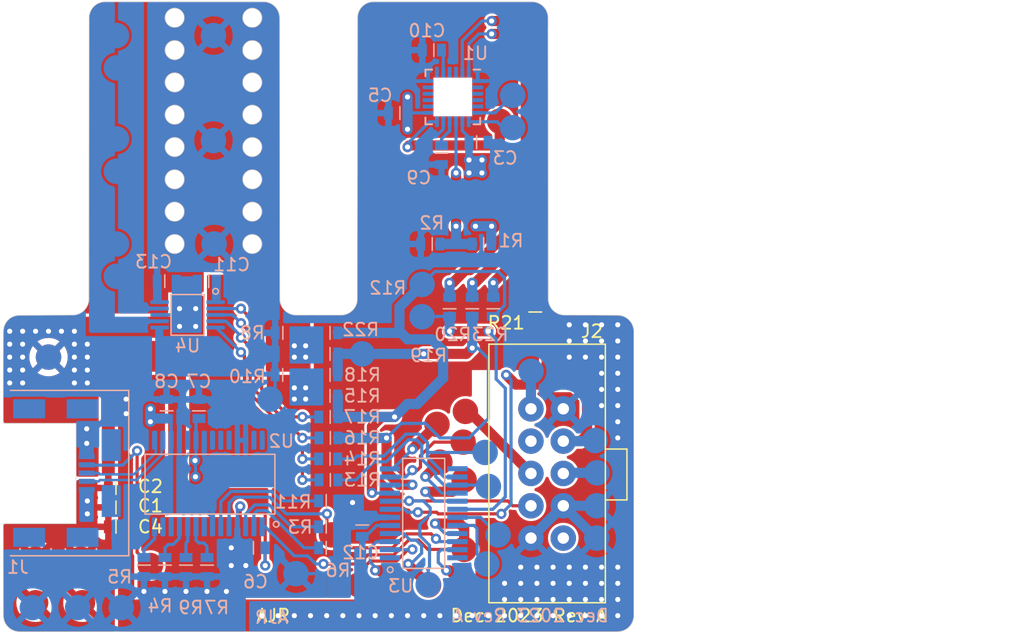
<source format=kicad_pcb>
(kicad_pcb (version 20211014) (generator pcbnew)
  (layers (0 "F.Cu" signal) (31 "B.Cu" signal) (34 "B.Paste" user) (35 "F.Paste" user) (36 "B.SilkS" user "B.Silkscreen") (37 "F.SilkS" user "F.Silkscreen") (38 "B.Mask" user) (39 "F.Mask" user) (44 "Edge.Cuts" user))
  (net 0 "")
  (net 10 "GND")
  (net 11 "+5V")
  (net 12 "+3V3")
  (net 13 "/MPU_AD0")
  (net 14 "/MPU_SCL")
  (net 15 "Net-(C11-Pad1)")
  (net 16 "/MCU_TO_FT")
  (net 17 "/FT_TO_MCU")
  (net 20 "/USB_PWR")
  (net 21 "/TDI_C2CK")
  (net 22 "/TDO_C2D")
  (net 23 "/TMS_C2CK")
  (net 24 "/TCK_C2D")
  (net 25 "/MPU_SDA")
  (net 26 "Net-(C9-Pad1)")
  (net 27 "Net-(C10-Pad1)")
  (net 28 "/D-")
  (net 29 "Net-(J1-Pad4)")
  (net 30 "/D+")
  (net 31 "Net-(R3-Pad1)")
  (net 32 "Net-(R4-Pad1)")
  (net 33 "/MPU_INT")
  (net 34 "Net-(R6-Pad1)")
  (net 35 "Net-(R7-Pad1)")
  (net 50 "Net-(R9-Pad1)")
  (net 51 "Net-(R11-Pad1)")
  (net 52 "/DRV_SCL")
  (net 53 "/DRV_SDA")
  (net 54 "/DRV_TRIG")
  (net 55 "/DRV_EN")
  (net 56 "Net-(T8-Pad1)")
  (net 57 "Net-(T9-Pad1)")
  (net 58 "Net-(R5-Pad1)")
  (net 59 "/EN")
  (net 60 "/TRIG")
  (net 61 "/SCL")
  (net 62 "/SDA")
  (net 63 "/INT")
  (net 64 "Net-(T34-Pad1)")
  (net 65 "Net-(T35-Pad1)")
  (net 66 "Net-(T36-Pad1)")
  (net 67 "Net-(T37-Pad1)")
  (net 68 "Net-(T38-Pad1)")
  (net 69 "Net-(T39-Pad1)")
  (net 70 "Net-(T33-Pad1)")
  (net 71 "/OUT-")
  (net 72 "Vdrive")
  (net 73 "Net-(T40-Pad1)")
  (net 74 "Net-(T41-Pad1)")
  (net 75 "Net-(T42-Pad1)")
  (net 76 "/OUT+")
  (footprint "receiver:0603" (layer "F.Cu") (at 33.655 164.211)
    (fp_text reference "C1")
    (fp_text value "CAP_0603")
  )
  (footprint "receiver:0603" (layer "F.Cu") (at 33.655 162.687)
    (fp_text reference "C2")
    (fp_text value "CAP_0603")
  )
  (footprint "receiver:0603" (layer "F.Cu") (at 33.655 165.735)
    (fp_text reference "C4")
    (fp_text value "CAP_0603")
  )
  (footprint "receiver:TestPoint" (layer "F.Cu") (at 31.496 168.275)
    (fp_text reference "T14" hide)
    (fp_text value "TestPoints" hide)
  )
  (footprint "receiver:TestPoint" (layer "F.Cu") (at 31.623 171.704)
    (fp_text reference "T15" hide)
    (fp_text value "TestPoints" hide)
  )
  (footprint "receiver:TestPoint" (layer "F.Cu") (at 27.94 171.704)
    (fp_text reference "T16" hide)
    (fp_text value "TestPoints" hide)
  )
  (footprint "receiver:TestPoint" (layer "F.Cu") (at 27.94 168.275)
    (fp_text reference "T17" hide)
    (fp_text value "TestPoints" hide)
  )
  (footprint "receiver:TestPoint" (layer "F.Cu") (at 58.801 170.307)
    (fp_text reference "T33" hide)
    (fp_text value "TestPoints" hide)
  )
  (footprint "receiver:5103309-1" (layer "F.Cu") (at 69.382 166.624)
    (fp_text reference "J2")
    (fp_text value "5103309-1")
  )
  (footprint "receiver:TestPoint" (layer "F.Cu") (at 61.5188 159.0802)
    (fp_text reference "T41" hide)
    (fp_text value "TestPoints" hide)
  )
  (footprint "receiver:TestPoint" (layer "F.Cu") (at 64.389 133.858)
    (fp_text reference "T7" hide)
    (fp_text value "TestPoints" hide)
  )
  (footprint "receiver:TestPoint" (layer "F.Cu") (at 36.957 168.783)
    (fp_text reference "T1" hide)
    (fp_text value "TestPoints" hide)
  )
  (footprint "receiver:TestPoint" (layer "F.Cu") (at 59.69 160.655)
    (fp_text reference "T40" hide)
    (fp_text value "TestPoints" hide)
  )
  (footprint "receiver:TestPoint" (layer "F.Cu") (at 56.134 170.307)
    (fp_text reference "T34" hide)
    (fp_text value "TestPoints" hide)
  )
  (footprint "receiver:TestPoint" (layer "F.Cu") (at 61.595 162.052)
    (fp_text reference "T39" hide)
    (fp_text value "TestPoints" hide)
  )
  (footprint "receiver:TestPoint" (layer "F.Cu") (at 53.34 170.307)
    (fp_text reference "T35" hide)
    (fp_text value "TestPoints" hide)
  )
  (footprint "receiver:TestPoint" (layer "F.Cu") (at 61.595 170.307)
    (fp_text reference "T36" hide)
    (fp_text value "TestPoints" hide)
  )
  (footprint "receiver:TestPoint" (layer "F.Cu") (at 28.956 152.4)
    (fp_text reference "T23" hide)
    (fp_text value "TestPoints" hide)
  )
  (footprint "receiver:TestPoint" (layer "F.Cu") (at 51.181 166.37)
    (fp_text reference "T26" hide)
    (fp_text value "TestPoints" hide)
  )
  (footprint "receiver:TestPoint" (layer "F.Cu") (at 61.6966 156.6672)
    (fp_text reference "T4" hide)
    (fp_text value "TestPoints" hide)
  )
  (footprint "receiver:0603" (layer "F.Cu") (at 67.183 149.455 90)
    (fp_text reference "R21")
    (fp_text value "RES_0603")
  )
  (footprint "receiver:TestPoint" (layer "F.Cu") (at 59.4614 157.6832)
    (fp_text reference "T42" hide)
    (fp_text value "TestPoints" hide)
  )
  (footprint "receiver:TestPoint" (layer "F.Cu") (at 61.595 167.513)
    (fp_text reference "T27" hide)
    (fp_text value "TestPoints" hide)
  )
  (footprint "receiver:0603" (layer "B.Cu") (at 57.15 133.223 180)
    (fp_text reference "C5")
    (fp_text value "CAP_0603")
  )
  (footprint "receiver:0603" (layer "B.Cu") (at 44.45 167.386)
    (fp_text reference "C6")
    (fp_text value "CAP_0603")
  )
  (footprint "receiver:0603" (layer "B.Cu") (at 40.767 157.226 90)
    (fp_text reference "C7")
    (fp_text value "CAP_0603")
  )
  (footprint "receiver:0603" (layer "B.Cu") (at 59.69 143.51 180)
    (fp_text reference "R2")
    (fp_text value "RES_0603")
  )
  (footprint "receiver:0603" (layer "B.Cu") (at 50.165 165.735)
    (fp_text reference "R3")
    (fp_text value "RES_0603")
  )
  (footprint "receiver:0603" (layer "B.Cu") (at 38.1 168.148 -90)
    (fp_text reference "R4")
    (fp_text value "RES_0603")
  )
  (footprint "receiver:0603" (layer "B.Cu") (at 36.449 168.148 -90)
    (fp_text reference "R5")
    (fp_text value "RES_0603")
  )
  (footprint "receiver:0603" (layer "B.Cu") (at 50.165 167.386)
    (fp_text reference "R6")
    (fp_text value "RES_0603")
  )
  (footprint "receiver:0603" (layer "B.Cu") (at 41.402 168.148 -90)
    (fp_text reference "R7")
    (fp_text value "RES_0603")
  )
  (footprint "Sensor_Motion:InvenSense_QFN-24_4x4mm_P0.5mm" (layer "B.Cu") (at 60.706 131.953 180)
    (fp_text reference "U1")
    (fp_text value "MPU-6050")
  )
  (footprint "receiver:0603" (layer "B.Cu") (at 46.748 153.797)
    (fp_text reference "R10")
    (fp_text value "RES_0603")
  )
  (footprint "receiver:TestPoint" (layer "B.Cu") (at 46.355 155.702)
    (fp_text reference "T10" hide)
    (fp_text value "TestPoints" hide)
  )
  (footprint "receiver:TestPoint" (layer "B.Cu") (at 41.9608 143.51)
    (fp_text reference "T11" hide)
    (fp_text value "TestPoints" hide)
  )
  (footprint "receiver:TestPoint" (layer "B.Cu") (at 41.91 135.382)
    (fp_text reference "T12" hide)
    (fp_text value "TestPoints" hide)
  )
  (footprint "receiver:TestPoint" (layer "B.Cu") (at 41.91 127.127 180)
    (fp_text reference "T13" hide)
    (fp_text value "TestPoints" hide)
  )
  (footprint "receiver:TestPoint" (layer "B.Cu") (at 27.686 172.085 180)
    (fp_text reference "T21" hide)
    (fp_text value "TestPoints" hide)
  )
  (footprint "receiver:TestPoint" (layer "B.Cu") (at 53.594 152.146)
    (fp_text reference "T31" hide)
    (fp_text value "TestPoints" hide)
  )
  (footprint "receiver:TestPoint" (layer "B.Cu") (at 58.293 146.685)
    (fp_text reference "T32" hide)
    (fp_text value "TestPoints" hide)
  )
  (footprint "receiver:47491-0001-TR425" (layer "B.Cu") (at 31.957 161.514)
    (fp_text reference "J1")
    (fp_text value "47491-0001-TR425")
  )
  (footprint "receiver:FT232RL" (layer "B.Cu") (at 45.735 165.735 90)
    (fp_text reference "U2")
    (fp_text value "FT232RL")
  )
  (footprint "receiver:0603" (layer "B.Cu") (at 63.73 143.51 180)
    (fp_text reference "R1")
    (fp_text value "RES_0603")
  )
  (footprint "receiver:0603" (layer "B.Cu") (at 61.976 135.509)
    (fp_text reference "C3")
    (fp_text value "CAP_0603")
  )
  (footprint "receiver:0603" (layer "B.Cu") (at 38.227 157.226 90)
    (fp_text reference "C8")
    (fp_text value "CAP_0603")
  )
  (footprint "receiver:0603" (layer "B.Cu") (at 59.817 135.763 -90)
    (fp_text reference "C9")
    (fp_text value "CAP_0603")
  )
  (footprint "receiver:TestPoint" (layer "B.Cu") (at 34.29 146.05 180)
    (fp_text reference "T43" hide)
    (fp_text value "TestPoints" hide)
  )
  (footprint "receiver:0603" (layer "B.Cu") (at 51.665 150.495 180)
    (fp_text reference "R22")
    (fp_text value "RES_0603")
  )
  (footprint "receiver:TestPoint" (layer "B.Cu") (at 72.009 166.624 180)
    (fp_text reference "T24" hide)
    (fp_text value "TestPoints" hide)
  )
  (footprint "receiver:TestPoint" (layer "B.Cu") (at 65.405 131.826 180)
    (fp_text reference "T8" hide)
    (fp_text value "TestPoints" hide)
  )
  (footprint "receiver:TestPoint" (layer "B.Cu") (at 66.8528 153.5176 180)
    (fp_text reference "T2" hide)
    (fp_text value "TestPoints" hide)
  )
  (footprint "receiver:TestPoint" (layer "B.Cu") (at 72.0344 161.4932 180)
    (fp_text reference "T5" hide)
    (fp_text value "TestPoints" hide)
  )
  (footprint "receiver:0603" (layer "B.Cu") (at 39.751 168.148 -90)
    (fp_text reference "R9")
    (fp_text value "RES_0603")
  )
  (footprint "receiver:0603" (layer "B.Cu") (at 51.665 160.401 180)
    (fp_text reference "R14")
    (fp_text value "RES_0603")
  )
  (footprint "receiver:0603" (layer "B.Cu") (at 51.665 155.448 180)
    (fp_text reference "R15")
    (fp_text value "RES_0603")
  )
  (footprint "receiver:TestPoint" (layer "B.Cu") (at 34.29 137.795 180)
    (fp_text reference "T44" hide)
    (fp_text value "TestPoints" hide)
  )
  (footprint "receiver:TestPoint" (layer "B.Cu") (at 34.29 129.667 180)
    (fp_text reference "T45" hide)
    (fp_text value "TestPoints" hide)
  )
  (footprint "receiver:TestPoint" (layer "B.Cu") (at 71.882 158.9532 180)
    (fp_text reference "T3" hide)
    (fp_text value "TestPoints" hide)
  )
  (footprint "receiver:TestPoint" (layer "B.Cu") (at 63.246 159.893 180)
    (fp_text reference "T30" hide)
    (fp_text value "TestPoints" hide)
  )
  (footprint "receiver:TestPoint" (layer "B.Cu") (at 34.671 172.085 180)
    (fp_text reference "T19" hide)
    (fp_text value "TestPoints" hide)
  )
  (footprint "receiver:0603" (layer "B.Cu") (at 51.689 158.75 180)
    (fp_text reference "R16")
    (fp_text value "RES_0603")
  )
  (footprint "receiver:0603" (layer "B.Cu") (at 51.665 152.146 180)
    (fp_text reference "R19")
    (fp_text value "RES_0603")
  )
  (footprint "receiver:TestPoint" (layer "B.Cu") (at 31.242 172.085 180)
    (fp_text reference "T20" hide)
    (fp_text value "TestPoints" hide)
  )
  (footprint "receiver:TestPoint" (layer "B.Cu") (at 28.956 152.4 180)
    (fp_text reference "T25" hide)
    (fp_text value "TestPoints" hide)
  )
  (footprint "receiver:TestPoint" (layer "B.Cu") (at 48.387 169.418 180)
    (fp_text reference "T18" hide)
    (fp_text value "TestPoints" hide)
  )
  (footprint "receiver:0603" (layer "B.Cu") (at 62.23 149.201 90)
    (fp_text reference "R20")
    (fp_text value "RES_0603")
  )
  (footprint "receiver:TestPoint" (layer "B.Cu") (at 65.405 134.366 180)
    (fp_text reference "T9" hide)
    (fp_text value "TestPoints" hide)
  )
  (footprint "receiver:0603" (layer "B.Cu") (at 59.817 128.27 180)
    (fp_text reference "C10")
    (fp_text value "CAP_0603")
  )
  (footprint "receiver:TestPoint" (layer "B.Cu") (at 63.373 168.656 180)
    (fp_text reference "T37" hide)
    (fp_text value "TestPoints" hide)
  )
  (footprint "receiver:0603" (layer "B.Cu") (at 46.76 150.495)
    (fp_text reference "R8")
    (fp_text value "RES_0603")
  )
  (footprint "receiver:TestPoint" (layer "B.Cu") (at 64.262 166.37 180)
    (fp_text reference "T38" hide)
    (fp_text value "TestPoints" hide)
  )
  (footprint "receiver:0603" (layer "B.Cu") (at 53.594 164.997 -90)
    (fp_text reference "C12")
    (fp_text value "CAP_0603")
  )
  (footprint "receiver:TestPoint" (layer "B.Cu") (at 58.293 149.225 180)
    (fp_text reference "T28" hide)
    (fp_text value "TestPoints" hide)
  )
  (footprint "receiver:TestPoint" (layer "B.Cu") (at 34.29 143.51 180)
    (fp_text reference "T46" hide)
    (fp_text value "TestPoints" hide)
  )
  (footprint "receiver:0603" (layer "B.Cu") (at 42.14 146.431 180)
    (fp_text reference "C11")
    (fp_text value "CAP_0603")
  )
  (footprint "receiver:0603" (layer "B.Cu") (at 51.665 153.797 180)
    (fp_text reference "R18")
    (fp_text value "RES_0603")
  )
  (footprint "receiver:0603" (layer "B.Cu") (at 63.881 149.201 90)
    (fp_text reference "R23")
    (fp_text value "RES_0603")
  )
  (footprint "receiver:DRV2605LDGST" (layer "B.Cu") (at 42.078 148.080803 180)
    (fp_text reference "U4")
    (fp_text value "DRV2605LDGST")
  )
  (footprint "receiver:0603" (layer "B.Cu") (at 60.452 149.201 90)
    (fp_text reference "R12")
    (fp_text value "RES_0603")
  )
  (footprint "receiver:0603" (layer "B.Cu") (at 51.677 157.099 180)
    (fp_text reference "R17")
    (fp_text value "RES_0603")
  )
  (footprint "receiver:0603" (layer "B.Cu") (at 50.165 163.703)
    (fp_text reference "R11")
    (fp_text value "RES_0603")
  )
  (footprint "receiver:TestPoint" (layer "B.Cu") (at 58.7756 170.2816 180)
    (fp_text reference "T6" hide)
    (fp_text value "TestPoints" hide)
  )
  (footprint "receiver:C8051F850-A-GU" (layer "B.Cu") (at 55.77 168.170363)
    (fp_text reference "U3")
    (fp_text value "C8051F850-A-GU")
  )
  (footprint "receiver:TestPoint" (layer "B.Cu") (at 34.29 135.255 180)
    (fp_text reference "T47" hide)
    (fp_text value "TestPoints" hide)
  )
  (footprint "receiver:0603" (layer "B.Cu") (at 37.489 146.431)
    (fp_text reference "C13")
    (fp_text value "CAP_0603")
  )
  (footprint "receiver:TestPoint" (layer "B.Cu") (at 34.29 127.127 180)
    (fp_text reference "T48" hide)
    (fp_text value "TestPoints" hide)
  )
  (footprint "receiver:TestPoint" (layer "B.Cu") (at 63.5 162.56 180)
    (fp_text reference "T29" hide)
    (fp_text value "TestPoints" hide)
  )
  (footprint "receiver:0603" (layer "B.Cu") (at 51.689 162.052 180)
    (fp_text reference "R13")
    (fp_text value "RES_0603")
  )
  (footprint "receiver:TestPoint" (layer "B.Cu") (at 72.009 164.084 180)
    (fp_text reference "T22" hide)
    (fp_text value "TestPoints" hide)
  )
  (gr_arc (start 69.478026 149.088974) (mid 68.58 148.717) (end 68.208026 147.818974) (layer "Edge.Cuts") (width 0.05))
  (gr_line (start 25.4 157.607) (end 31.115 157.607) (layer "Edge.Cuts") (width 0.05))
  (gr_line (start 25.409026 150.377026) (end 25.4 153.67) (layer "Edge.Cuts") (width 0.05))
  (gr_line (start 68.189974 125.739026) (end 68.208026 147.818974) (layer "Edge.Cuts") (width 0.05))
  (gr_circle (center 38.862 133.35) (end 39.612 133.35) (layer "Edge.Cuts") (width 0.05) (fill none))
  (gr_arc (start 26.679026 173.980974) (mid 25.781 173.609) (end 25.409026 172.710974) (layer "Edge.Cuts") (width 0.05))
  (gr_circle (center 38.862 135.89) (end 39.612 135.89) (layer "Edge.Cuts") (width 0.05) (fill none))
  (gr_circle (center 38.862 143.51) (end 39.612 143.51) (layer "Edge.Cuts") (width 0.05) (fill none))
  (gr_line (start 25.4 165.481) (end 25.409026 172.710974) (layer "Edge.Cuts") (width 0.05))
  (gr_arc (start 66.919974 124.469026) (mid 67.818 124.841) (end 68.189974 125.739026) (layer "Edge.Cuts") (width 0.05))
  (gr_arc (start 32.140026 125.739026) (mid 32.512 124.841) (end 33.410026 124.469026) (layer "Edge.Cuts") (width 0.05))
  (gr_line (start 31.115 165.481) (end 25.4 165.481) (layer "Edge.Cuts") (width 0.05))
  (gr_circle (center 44.958 133.35) (end 45.708 133.35) (layer "Edge.Cuts") (width 0.05) (fill none))
  (gr_circle (center 38.862 125.73) (end 39.612 125.73) (layer "Edge.Cuts") (width 0.05) (fill none))
  (gr_line (start 69.478026 149.088974) (end 73.650974 149.107026) (layer "Edge.Cuts") (width 0.05))
  (gr_circle (center 44.958 138.43) (end 45.708 138.43) (layer "Edge.Cuts") (width 0.05) (fill none))
  (gr_arc (start 48.396026 149.088974) (mid 47.498 148.717) (end 47.126026 147.818974) (layer "Edge.Cuts") (width 0.05))
  (gr_line (start 54.492026 124.469026) (end 66.919974 124.469026) (layer "Edge.Cuts") (width 0.05))
  (gr_arc (start 74.920974 172.710974) (mid 74.549 173.609) (end 73.650974 173.980974) (layer "Edge.Cuts") (width 0.05))
  (gr_arc (start 73.650974 149.107026) (mid 74.549 149.479) (end 74.920974 150.377026) (layer "Edge.Cuts") (width 0.05))
  (gr_circle (center 44.958 130.81) (end 45.708 130.81) (layer "Edge.Cuts") (width 0.05) (fill none))
  (gr_line (start 30.851974 149.088974) (end 26.679026 149.107026) (layer "Edge.Cuts") (width 0.05))
  (gr_circle (center 38.862 138.43) (end 39.612 138.43) (layer "Edge.Cuts") (width 0.05) (fill none))
  (gr_arc (start 32.121974 147.818974) (mid 31.75 148.717) (end 30.851974 149.088974) (layer "Edge.Cuts") (width 0.05))
  (gr_circle (center 44.958 135.89) (end 45.708 135.89) (layer "Edge.Cuts") (width 0.05) (fill none))
  (gr_circle (center 44.958 128.27) (end 45.708 128.27) (layer "Edge.Cuts") (width 0.05) (fill none))
  (gr_line (start 31.115 157.607) (end 31.115 165.481) (layer "Edge.Cuts") (width 0.05))
  (gr_line (start 53.203974 147.818974) (end 53.222026 125.739026) (layer "Edge.Cuts") (width 0.05))
  (gr_circle (center 38.862 130.81) (end 39.612 130.81) (layer "Edge.Cuts") (width 0.05) (fill none))
  (gr_line (start 25.4 153.67) (end 25.4 157.607) (layer "Edge.Cuts") (width 0.05))
  (gr_line (start 33.410026 124.469026) (end 45.837974 124.469026) (layer "Edge.Cuts") (width 0.05))
  (gr_line (start 32.121974 147.818974) (end 32.140026 125.739026) (layer "Edge.Cuts") (width 0.05))
  (gr_circle (center 38.862 128.27) (end 39.612 128.27) (layer "Edge.Cuts") (width 0.05) (fill none))
  (gr_arc (start 45.837974 124.469026) (mid 46.736 124.841) (end 47.107974 125.739026) (layer "Edge.Cuts") (width 0.05))
  (gr_circle (center 44.958 140.97) (end 45.708 140.97) (layer "Edge.Cuts") (width 0.05) (fill none))
  (gr_circle (center 38.862 140.97) (end 39.612 140.97) (layer "Edge.Cuts") (width 0.05) (fill none))
  (gr_arc (start 25.409026 150.377026) (mid 25.781 149.479) (end 26.679026 149.107026) (layer "Edge.Cuts") (width 0.05))
  (gr_arc (start 53.222026 125.739026) (mid 53.594 124.841) (end 54.492026 124.469026) (layer "Edge.Cuts") (width 0.05))
  (gr_circle (center 44.958 125.73) (end 45.708 125.73) (layer "Edge.Cuts") (width 0.05) (fill none))
  (gr_arc (start 53.203974 147.818974) (mid 52.832 148.717) (end 51.933974 149.088974) (layer "Edge.Cuts") (width 0.05))
  (gr_line (start 26.679026 173.980974) (end 73.650974 173.980974) (layer "Edge.Cuts") (width 0.05))
  (gr_line (start 47.107974 125.739026) (end 47.126026 147.818974) (layer "Edge.Cuts") (width 0.05))
  (gr_circle (center 44.958 143.51) (end 45.708 143.51) (layer "Edge.Cuts") (width 0.05) (fill none))
  (gr_line (start 74.920974 172.710974) (end 74.920974 150.377026) (layer "Edge.Cuts") (width 0.05))
  (gr_line (start 48.396026 149.088974) (end 51.933974 149.088974) (layer "Edge.Cuts") (width 0.05))
  (gr_text "AJR" (at 46.482 172.847) (layer "B.SilkS") (effects (font (size 1 1)) (justify mirror)))
  (gr_text "Dec 2023 Rev A" (at 66.802 172.72) (layer "B.SilkS") (effects (font (size 1 1)) (justify mirror)))
  (gr_text "Dec 2023 Rev A" (at 66.675 172.72) (layer "F.SilkS") (effects (font (size 1 1))))
  (gr_text "AJR" (at 46.609 172.72) (layer "F.SilkS") (effects (font (size 1 1))))
  (segment (start 38.862 150.368) (end 39.243 149.987) (width 0.25) (layer "F.Cu") (net 10))
  (segment (start 35.433 154.813) (end 35.052 155.194) (width 0.25) (layer "F.Cu") (net 10))
  (segment (start 38.608 154.813) (end 35.433 154.813) (width 0.25) (layer "F.Cu") (net 10))
  (segment (start 31.957 159.178) (end 31.957 158.035) (width 0.25) (layer "F.Cu") (net 10))
  (segment (start 44.831 162.941) (end 39.243 162.941) (width 0.25) (layer "F.Cu") (net 10))
  (segment (start 39.243 162.941) (end 39.116 163.068) (width 0.25) (layer "F.Cu") (net 10))
  (segment (start 39.116 163.068) (end 39.116 155.321) (width 0.25) (layer "F.Cu") (net 10))
  (segment (start 40.513 148.59) (end 39.243 148.59) (width 0.25) (layer "F.Cu") (net 10))
  (segment (start 39.243 149.987) (end 40.513 149.987) (width 0.25) (layer "F.Cu") (net 10))
  (segment (start 45.974 164.084) (end 44.831 162.941) (width 0.25) (layer "F.Cu") (net 10))
  (segment (start 31.957 159.178) (end 31.75 158.971) (width 0.25) (layer "F.Cu") (net 10))
  (segment (start 39.116 155.321) (end 38.608 154.813) (width 0.25) (layer "F.Cu") (net 10))
  (segment (start 35.052 156.845) (end 35.052 155.702) (width 0.25) (layer "F.Cu") (net 10))
  (segment (start 45.974 168.783) (end 45.974 164.084) (width 0.25) (layer "F.Cu") (net 10))
  (segment (start 35.052 155.194) (end 35.052 155.702) (width 0.25) (layer "F.Cu") (net 10))
  (segment (start 30.988 150.368) (end 38.862 150.368) (width 0.25) (layer "F.Cu") (net 10))
  (via (at 72.39 152.4) (size 0.8) (drill 0.4) (layers "F.Cu" "B.Cu") (net 10))
  (via (at 73.66 168.91) (size 0.8) (drill 0.4) (layers "F.Cu" "B.Cu") (net 10))
  (via (at 71.12 171.45) (size 0.8) (drill 0.4) (layers "F.Cu" "B.Cu") (net 10))
  (via (at 71.12 149.86) (size 0.8) (drill 0.4) (layers "F.Cu" "B.Cu") (net 10))
  (via (at 66.04 172.72) (size 0.8) (drill 0.4) (layers "F.Cu" "B.Cu") (net 10))
  (via (at 31.957 159.178) (size 0.8) (drill 0.4) (layers "F.Cu" "B.Cu") (net 10))
  (via (at 68.58 170.18) (size 0.8) (drill 0.4) (layers "F.Cu" "B.Cu") (net 10))
  (via (at 72.39 168.91) (size 0.8) (drill 0.4) (layers "F.Cu" "B.Cu") (net 10))
  (via (at 64.77 171.45) (size 0.8) (drill 0.4) (layers "F.Cu" "B.Cu") (net 10))
  (via (at 35.052 155.702) (size 0.8) (drill 0.4) (layers "F.Cu" "B.Cu") (net 10))
  (via (at 39.243 148.59) (size 0.8) (drill 0.4) (layers "F.Cu" "B.Cu") (net 10))
  (via (at 54.61 172.72) (size 0.8) (drill 0.4) (layers "F.Cu" "B.Cu") (net 10))
  (via (at 67.31 172.72) (size 0.8) (drill 0.4) (layers "F.Cu" "B.Cu") (net 10))
  (via (at 26.924 152.4) (size 0.8) (drill 0.4) (layers "F.Cu" "B.Cu") (net 10))
  (via (at 67.31 168.91) (size 0.8) (drill 0.4) (layers "F.Cu" "B.Cu") (net 10))
  (via (at 64.77 170.18) (size 0.8) (drill 0.4) (layers "F.Cu" "B.Cu") (net 10))
  (via (at 32.004 154.432) (size 0.8) (drill 0.4) (layers "F.Cu" "B.Cu") (net 10))
  (via (at 71.12 172.72) (size 0.8) (drill 0.4) (layers "F.Cu" "B.Cu") (net 10))
  (via (at 26.924 154.432) (size 0.8) (drill 0.4) (layers "F.Cu" "B.Cu") (net 10))
  (via (at 73.66 172.72) (size 0.8) (drill 0.4) (layers "F.Cu" "B.Cu") (net 10))
  (via (at 73.66 170.18) (size 0.8) (drill 0.4) (layers "F.Cu" "B.Cu") (net 10))
  (via (at 27.94 150.368) (size 0.8) (drill 0.4) (layers "F.Cu" "B.Cu") (net 10))
  (via (at 67.31 171.45) (size 0.8) (drill 0.4) (layers "F.Cu" "B.Cu") (net 10))
  (via (at 25.908 154.432) (size 0.8) (drill 0.4) (layers "F.Cu" "B.Cu") (net 10))
  (via (at 50.8 172.72) (size 0.8) (drill 0.4) (layers "F.Cu" "B.Cu") (net 10))
  (via (at 66.04 170.18) (size 0.8) (drill 0.4) (layers "F.Cu" "B.Cu") (net 10))
  (via (at 72.39 156.21) (size 0.8) (drill 0.4) (layers "F.Cu" "B.Cu") (net 10))
  (via (at 59.69 172.72) (size 0.8) (drill 0.4) (layers "F.Cu" "B.Cu") (net 10))
  (via (at 53.34 172.72) (size 0.8) (drill 0.4) (layers "F.Cu" "B.Cu") (net 10))
  (via (at 69.85 168.91) (size 0.8) (drill 0.4) (layers "F.Cu" "B.Cu") (net 10))
  (via (at 68.58 172.72) (size 0.8) (drill 0.4) (layers "F.Cu" "B.Cu") (net 10))
  (via (at 73.66 153.67) (size 0.8) (drill 0.4) (layers "F.Cu" "B.Cu") (net 10))
  (via (at 69.85 149.86) (size 0.8) (drill 0.4) (layers "F.Cu" "B.Cu") (net 10))
  (via (at 60.96 172.72) (size 0.8) (drill 0.4) (layers "F.Cu" "B.Cu") (net 10))
  (via (at 72.39 151.13) (size 0.8) (drill 0.4) (layers "F.Cu" "B.Cu") (net 10))
  (via (at 73.66 149.86) (size 0.8) (drill 0.4) (layers "F.Cu" "B.Cu") (net 10))
  (via (at 45.974 168.783) (size 0.8) (drill 0.4) (layers "F.Cu" "B.Cu") (net 10))
  (via (at 35.052 156.845) (size 0.8) (drill 0.4) (layers "F.Cu" "B.Cu") (net 10))
  (via (at 71.12 168.91) (size 0.8) (drill 0.4) (layers "F.Cu" "B.Cu") (net 10))
  (via (at 26.924 153.416) (size 0.8) (drill 0.4) (layers "F.Cu" "B.Cu") (net 10))
  (via (at 30.988 151.384) (size 0.8) (drill 0.4) (layers "F.Cu" "B.Cu") (net 10))
  (via (at 30.988 153.416) (size 0.8) (drill 0.4) (layers "F.Cu" "B.Cu") (net 10))
  (via (at 73.66 157.48) (size 0.8) (drill 0.4) (layers "F.Cu" "B.Cu") (net 10))
  (via (at 66.04 168.91) (size 0.8) (drill 0.4) (layers "F.Cu" "B.Cu") (net 10))
  (via (at 68.58 168.91) (size 0.8) (drill 0.4) (layers "F.Cu" "B.Cu") (net 10))
  (via (at 39.243 149.987) (size 0.8) (drill 0.4) (layers "F.Cu" "B.Cu") (net 10))
  (via (at 69.85 151.13) (size 0.8) (drill 0.4) (layers "F.Cu" "B.Cu") (net 10))
  (via (at 49.53 172.72) (size 0.8) (drill 0.4) (layers "F.Cu" "B.Cu") (net 10))
  (via (at 69.85 171.45) (size 0.8) (drill 0.4) (layers "F.Cu" "B.Cu") (net 10))
  (via (at 30.988 154.432) (size 0.8) (drill 0.4) (layers "F.Cu" "B.Cu") (net 10))
  (via (at 26.924 151.384) (size 0.8) (drill 0.4) (layers "F.Cu" "B.Cu") (net 10))
  (via (at 40.513 149.987) (size 0.8) (drill 0.4) (layers "F.Cu" "B.Cu") (net 10))
  (via (at 73.66 171.45) (size 0.8) (drill 0.4) (layers "F.Cu" "B.Cu") (net 10))
  (via (at 71.12 151.13) (size 0.8) (drill 0.4) (layers "F.Cu" "B.Cu") (net 10))
  (via (at 40.513 148.59) (size 0.8) (drill 0.4) (layers "F.Cu" "B.Cu") (net 10))
  (via (at 62.23 172.72) (size 0.8) (drill 0.4) (layers "F.Cu" "B.Cu") (net 10))
  (via (at 66.04 171.45) (size 0.8) (drill 0.4) (layers "F.Cu" "B.Cu") (net 10))
  (via (at 48.26 172.72) (size 0.8) (drill 0.4) (layers "F.Cu" "B.Cu") (net 10))
  (via (at 73.66 156.21) (size 0.8) (drill 0.4) (layers "F.Cu" "B.Cu") (net 10))
  (via (at 25.908 152.4) (size 0.8) (drill 0.4) (layers "F.Cu" "B.Cu") (net 10))
  (via (at 71.12 152.4) (size 0.8) (drill 0.4) (layers "F.Cu" "B.Cu") (net 10))
  (via (at 73.66 158.75) (size 0.8) (drill 0.4) (layers "F.Cu" "B.Cu") (net 10))
  (via (at 73.66 152.4) (size 0.8) (drill 0.4) (layers "F.Cu" "B.Cu") (net 10))
  (via (at 30.988 152.4) (size 0.8) (drill 0.4) (layers "F.Cu" "B.Cu") (net 10))
  (via (at 57.15 172.72) (size 0.8) (drill 0.4) (layers "F.Cu" "B.Cu") (net 10))
  (via (at 46.99 172.72) (size 0.8) (drill 0.4) (layers "F.Cu" "B.Cu") (net 10))
  (via (at 32.004 153.416) (size 0.8) (drill 0.4) (layers "F.Cu" "B.Cu") (net 10))
  (via (at 69.85 152.4) (size 0.8) (drill 0.4) (layers "F.Cu" "B.Cu") (net 10))
  (via (at 72.39 154.94) (size 0.8) (drill 0.4) (layers "F.Cu" "B.Cu") (net 10))
  (via (at 31.957 158.035) (size 0.8) (drill 0.4) (layers "F.Cu" "B.Cu") (net 10))
  (via (at 55.88 172.72) (size 0.8) (drill 0.4) (layers "F.Cu" "B.Cu") (net 10))
  (via (at 29.972 150.368) (size 0.8) (drill 0.4) (layers "F.Cu" "B.Cu") (net 10))
  (via (at 32.004 151.384) (size 0.8) (drill 0.4) (layers "F.Cu" "B.Cu") (net 10))
  (via (at 52.07 172.72) (size 0.8) (drill 0.4) (layers "F.Cu" "B.Cu") (net 10))
  (via (at 58.42 172.72) (size 0.8) (drill 0.4) (layers "F.Cu" "B.Cu") (net 10))
  (via (at 26.924 150.368) (size 0.8) (drill 0.4) (layers "F.Cu" "B.Cu") (net 10))
  (via (at 69.85 170.18) (size 0.8) (drill 0.4) (layers "F.Cu" "B.Cu") (net 10))
  (via (at 72.39 172.72) (size 0.8) (drill 0.4) (layers "F.Cu" "B.Cu") (net 10))
  (via (at 45.72 172.72) (size 0.8) (drill 0.4) (layers "F.Cu" "B.Cu") (net 10))
  (via (at 72.39 171.45) (size 0.8) (drill 0.4) (layers "F.Cu" "B.Cu") (net 10))
  (via (at 72.39 149.86) (size 0.8) (drill 0.4) (layers "F.Cu" "B.Cu") (net 10))
  (via (at 73.66 154.94) (size 0.8) (drill 0.4) (layers "F.Cu" "B.Cu") (net 10))
  (via (at 71.12 170.18) (size 0.8) (drill 0.4) (layers "F.Cu" "B.Cu") (net 10))
  (via (at 68.58 171.45) (size 0.8) (drill 0.4) (layers "F.Cu" "B.Cu") (net 10))
  (via (at 67.31 170.18) (size 0.8) (drill 0.4) (layers "F.Cu" "B.Cu") (net 10))
  (via (at 25.908 153.416) (size 0.8) (drill 0.4) (layers "F.Cu" "B.Cu") (net 10))
  (via (at 28.956 150.368) (size 0.8) (drill 0.4) (layers "F.Cu" "B.Cu") (net 10))
  (via (at 73.66 151.13) (size 0.8) (drill 0.4) (layers "F.Cu" "B.Cu") (net 10))
  (via (at 72.39 170.18) (size 0.8) (drill 0.4) (layers "F.Cu" "B.Cu") (net 10))
  (via (at 25.908 151.384) (size 0.8) (drill 0.4) (layers "F.Cu" "B.Cu") (net 10))
  (via (at 69.85 172.72) (size 0.8) (drill 0.4) (layers "F.Cu" "B.Cu") (net 10))
  (via (at 30.988 150.368) (size 0.8) (drill 0.4) (layers "F.Cu" "B.Cu") (net 10))
  (via (at 25.908 150.368) (size 0.8) (drill 0.4) (layers "F.Cu" "B.Cu") (net 10))
  (via (at 63.5 172.72) (size 0.8) (drill 0.4) (layers "F.Cu" "B.Cu") (net 10))
  (via (at 64.77 172.72) (size 0.8) (drill 0.4) (layers "F.Cu" "B.Cu") (net 10))
  (via (at 32.004 152.4) (size 0.8) (drill 0.4) (layers "F.Cu" "B.Cu") (net 10))
  (via (at 72.39 153.67) (size 0.8) (drill 0.4) (layers "F.Cu" "B.Cu") (net 10))
  (segment (start 65.659 168.91) (end 66.04 168.91) (width 0.4) (layer "B.Cu") (net 10))
  (segment (start 45.95 168.759) (end 45.974 168.783) (width 0.25) (layer "B.Cu") (net 10))
  (segment (start 66.421 140.843) (end 67.437 141.859) (width 0.25) (layer "B.Cu") (net 10))
  (segment (start 54.72 165.630363) (end 53.853363 166.497) (width 0.25) (layer "B.Cu") (net 10))
  (segment (start 59.956 133.903) (end 59.956 134.479604) (width 0.25) (layer "B.Cu") (net 10))
  (segment (start 37.678 149.080803) (end 39.225803 149.080803) (width 0.25) (layer "B.Cu") (net 10))
  (segment (start 58.19 143.51) (end 58.19 142.851) (width 0.25) (layer "B.Cu") (net 10))
  (segment (start 54.102 171.704) (end 66.802 171.704) (width 0.25) (layer "B.Cu") (net 10))
  (segment (start 59.817 137.263) (end 59.817 139.446) (width 0.25) (layer "B.Cu") (net 10))
  (segment (start 66.842 166.624) (end 65.191 168.275) (width 0.4) (layer "B.Cu") (net 10))
  (segment (start 62.656 130.703) (end 63.988 130.703) (width 0.25) (layer "B.Cu") (net 10))
  (segment (start 39.225803 149.080803) (end 39.352803 149.080803) (width 0.25) (layer "B.Cu") (net 10))
  (segment (start 43.785 160.281) (end 41.835 162.231) (width 0.25) (layer "B.Cu") (net 10))
  (segment (start 55.65 129.818) (end 55.65 130.786) (width 0.25) (layer "B.Cu") (net 10))
  (segment (start 55.77 165.630363) (end 54.72 165.630363) (width 0.25) (layer "B.Cu") (net 10))
  (segment (start 66.04 127.635) (end 67.183 128.778) (width 0.25) (layer "B.Cu") (net 10))
  (segment (start 58.19 141.073) (end 59.817 139.446) (width 0.25) (layer "B.Cu") (net 10))
  (segment (start 55.65 130.786) (end 55.65 133.223) (width 0.25) (layer "B.Cu") (net 10))
  (segment (start 41.185 158.935) (end 41.185 161.581) (width 0.25) (layer "B.Cu") (net 10))
  (segment (start 35.179 157.734) (end 35.179 156.972) (width 0.25) (layer "B.Cu") (net 10))
  (segment (start 58.166 137.16) (end 58.269 137.263) (width 0.25) (layer "B.Cu") (net 10))
  (segment (start 63.988 130.703) (end 66.04 128.651) (width 0.25) (layer "B.Cu") (net 10))
  (segment (start 65.405 125.095) (end 57.277 125.095) (width 0.25) (layer "B.Cu") (net 10))
  (segment (start 71.374 153.543) (end 71.374 154.472) (width 0.25) (layer "B.Cu") (net 10))
  (segment (start 39.235 155.742) (end 39.219 155.726) (width 0.25) (layer "B.Cu") (net 10))
  (segment (start 58.674 134.874) (end 58.166 135.382) (width 0.25) (layer "B.Cu") (net 10))
  (segment (start 38.989 148.717) (end 39.352803 149.080803) (width 0.25) (layer "B.Cu") (net 10))
  (segment (start 31.957 159.178) (end 31.957 158.035) (width 0.25) (layer "B.Cu") (net 10))
  (segment (start 39.243 149.987) (end 39.243 149.098) (width 0.25) (layer "B.Cu") (net 10))
  (segment (start 32.258 157.734) (end 35.179 157.734) (width 0.25) (layer "B.Cu") (net 10))
  (segment (start 67.437 141.859) (end 67.437 149.606) (width 0.25) (layer "B.Cu") (net 10))
  (segment (start 41.835 165.735) (end 41.835 165.033959) (width 0.25) (layer "B.Cu") (net 10))
  (segment (start 65.024 168.275) (end 65.659 168.91) (width 0.4) (layer "B.Cu") (net 10))
  (segment (start 66.04 127.508) (end 66.04 125.73) (width 0.25) (layer "B.Cu") (net 10))
  (segment (start 41.835 165.033959) (end 40.64 163.838959) (width 0.25) (layer "B.Cu") (net 10))
  (segment (start 45.95 167.386) (end 45.95 168.759) (width 0.25) (layer "B.Cu") (net 10))
  (segment (start 58.756 130.703) (end 55.733 130.703) (width 0.25) (layer "B.Cu") (net 10))
  (segment (start 43.815 158.905) (end 43.785 158.935) (width 0.25) (layer "B.Cu") (net 10))
  (segment (start 65.913 137.414) (end 65.913 136.525) (width 0.25) (layer "B.Cu") (net 10))
  (segment (start 60.198 140.843) (end 66.421 140.843) (width 0.25) (layer "B.Cu") (net 10))
  (segment (start 71.374 154.472) (end 69.382 156.464) (width 0.25) (layer "B.Cu") (net 10))
  (segment (start 57.198 128.27) (end 55.65 126.722) (width 0.25) (layer "B.Cu") (net 10))
  (segment (start 40.64 148.59) (end 39.751 149.479) (width 0.25) (layer "B.Cu") (net 10))
  (segment (start 71.922 166.624) (end 69.382 164.084) (width 0.8) (layer "B.Cu") (net 10))
  (segment (start 65.913 136.525) (end 64.492 136.525) (width 0.25) (layer "B.Cu") (net 10))
  (segment (start 55.65 133.223) (end 55.65 136.422) (width 0.25) (layer "B.Cu") (net 10))
  (segment (start 66.842 166.624) (end 69.382 164.084) (width 0.8) (layer "B.Cu") (net 10))
  (segment (start 67.183 135.509) (end 66.167 136.525) (width 0.25) (layer "B.Cu") (net 10))
  (segment (start 59.944 139.573) (end 63.754 139.573) (width 0.25) (layer "B.Cu") (net 10))
  (segment (start 53.853363 166.497) (end 53.594 166.497) (width 0.25) (layer "B.Cu") (net 10))
  (segment (start 53.594 171.196) (end 54.102 171.704) (width 0.25) (layer "B.Cu") (net 10))
  (segment (start 67.437 149.606) (end 71.374 153.543) (width 0.25) (layer "B.Cu") (net 10))
  (segment (start 40.64 146.431) (end 38.989 146.431) (width 0.25) (layer "B.Cu") (net 10))
  (segment (start 41.835 162.231) (end 41.835 165.735) (width 0.25) (layer "B.Cu") (net 10))
  (segment (start 41.91 157.607) (end 43.815 157.607) (width 0.25) (layer "B.Cu") (net 10))
  (segment (start 59.561604 134.874) (end 58.674 134.874) (width 0.25) (layer "B.Cu") (net 10))
  (segment (start 58.269 137.263) (end 59.817 137.263) (width 0.25) (layer "B.Cu") (net 10))
  (segment (start 66.04 125.73) (end 65.405 125.095) (width 0.25) (layer "B.Cu") (net 10))
  (segment (start 57.198 128.27) (end 55.65 129.818) (width 0.25) (layer "B.Cu") (net 10))
  (segment (start 72.009 164.084) (end 69.382 164.084) (width 0.8) (layer "B.Cu") (net 10))
  (segment (start 55.733 130.703) (end 55.65 130.786) (width 0.25) (layer "B.Cu") (net 10))
  (segment (start 67.183 128.778) (end 67.183 135.509) (width 0.25) (layer "B.Cu") (net 10))
  (segment (start 66.04 127.635) (end 66.04 127.508) (width 0.25) (layer "B.Cu") (net 10))
  (segment (start 57.277 125.095) (end 55.65 126.722) (width 0.25) (layer "B.Cu") (net 10))
  (segment (start 58.317 128.27) (end 57.198 128.27) (width 0.25) (layer "B.Cu") (net 10))
  (segment (start 35.179 156.972) (end 35.052 156.845) (width 0.25) (layer "B.Cu") (net 10))
  (segment (start 40.513 149.987) (end 40.513 148.59) (width 0.25) (layer "B.Cu") (net 10))
  (segment (start 40.64 146.431) (end 40.64 148.59) (width 0.25) (layer "B.Cu") (net 10))
  (segment (start 44.435 160.162) (end 44.316 160.281) (width 0.25) (layer "B.Cu") (net 10))
  (segment (start 31.957 158.035) (end 32.258 157.734) (width 0.25) (layer "B.Cu") (net 10))
  (segment (start 43.785 158.935) (end 43.785 160.281) (width 0.25) (layer "B.Cu") (net 10))
  (segment (start 59.956 134.479604) (end 59.561604 134.874) (width 0.25) (layer "B.Cu") (net 10))
  (segment (start 38.989 146.431) (end 38.989 148.717) (width 0.25) (layer "B.Cu") (net 10))
  (segment (start 44.435 158.935) (end 44.435 160.162) (width 0.25) (layer "B.Cu") (net 10))
  (segment (start 39.352803 149.080803) (end 39.751 149.479) (width 0.25) (layer "B.Cu") (net 10))
  (segment (start 63.754 139.573) (end 65.913 137.414) (width 0.25) (layer "B.Cu") (net 10))
  (segment (start 31.957 160.214) (end 31.957 159.178) (width 0.25) (layer "B.Cu") (net 10))
  (segment (start 41.91 156.337) (end 41.91 157.607) (width 0.25) (layer "B.Cu") (net 10))
  (segment (start 56.388 137.16) (end 58.166 137.16) (width 0.25) (layer "B.Cu") (net 10))
  (segment (start 65.191 168.275) (end 65.024 168.275) (width 0.4) (layer "B.Cu") (net 10))
  (segment (start 38.227 155.726) (end 39.219 155.726) (width 0.25) (layer "B.Cu") (net 10))
  (segment (start 58.19 143.51) (end 58.19 141.073) (width 0.25) (layer "B.Cu") (net 10))
  (segment (start 55.65 136.422) (end 56.388 137.16) (width 0.25) (layer "B.Cu") (net 10))
  (segment (start 44.316 160.281) (end 43.785 160.281) (width 0.25) (layer "B.Cu") (net 10))
  (segment (start 66.167 136.525) (end 65.913 136.525) (width 0.25) (layer "B.Cu") (net 10))
  (segment (start 39.243 149.098) (end 39.225803 149.080803) (width 0.25) (layer "B.Cu") (net 10))
  (segment (start 72.009 166.624) (end 71.922 166.624) (width 0.8) (layer "B.Cu") (net 10))
  (segment (start 66.04 128.651) (end 66.04 127.508) (width 0.25) (layer "B.Cu") (net 10))
  (segment (start 41.185 161.581) (end 41.835 162.231) (width 0.25) (layer "B.Cu") (net 10))
  (segment (start 58.166 135.382) (end 58.166 137.16) (width 0.25) (layer "B.Cu") (net 10))
  (segment (start 43.815 157.607) (end 43.815 158.905) (width 0.25) (layer "B.Cu") (net 10))
  (segment (start 41.299 155.726) (end 41.91 156.337) (width 0.25) (layer "B.Cu") (net 10))
  (segment (start 66.802 171.704) (end 66.842 171.664) (width 0.25) (layer "B.Cu") (net 10))
  (segment (start 39.235 158.935) (end 39.235 155.742) (width 0.25) (layer "B.Cu") (net 10))
  (segment (start 40.767 155.726) (end 41.299 155.726) (width 0.25) (layer "B.Cu") (net 10))
  (segment (start 40.64 163.838959) (end 40.64 163.449) (width 0.25) (layer "B.Cu") (net 10))
  (segment (start 53.594 166.497) (end 53.594 171.196) (width 0.25) (layer "B.Cu") (net 10))
  (segment (start 59.817 139.446) (end 59.944 139.573) (width 0.25) (layer "B.Cu") (net 10))
  (segment (start 58.19 142.851) (end 60.198 140.843) (width 0.25) (layer "B.Cu") (net 10))
  (segment (start 39.219 155.726) (end 40.767 155.726) (width 0.25) (layer "B.Cu") (net 10))
  (segment (start 40.4605 153.4905) (end 40.386 153.416) (width 0.25) (layer "F.Cu") (net 11))
  (segment (start 48.26 151.511) (end 48.26 150.495) (width 0.25) (layer "F.Cu") (net 11))
  (segment (start 42.672 151.13) (end 40.386 153.416) (width 0.25) (layer "F.Cu") (net 11))
  (segment (start 33.528 153.924) (end 33.528 163.449) (width 0.25) (layer "F.Cu") (net 11))
  (segment (start 40.005 153.035) (end 34.417 153.035) (width 0.25) (layer "F.Cu") (net 11))
  (segment (start 42.672 147.574) (end 42.672 151.13) (width 0.25) (layer "F.Cu") (net 11))
  (segment (start 47.498 149.733) (end 46.991396 149.733) (width 0.25) (layer "F.Cu") (net 11))
  (segment (start 33.655 162.687) (end 33.655 163.576) (width 0.25) (layer "F.Cu") (net 11))
  (segment (start 33.655 163.576) (end 33.655 164.211) (width 0.25) (layer "F.Cu") (net 11))
  (segment (start 33.655 165.735) (end 33.655 164.211) (width 0.25) (layer "F.Cu") (net 11))
  (segment (start 45.466 147.32) (end 42.926 147.32) (width 0.25) (layer "F.Cu") (net 11))
  (segment (start 45.974 148.715604) (end 45.974 147.828) (width 0.25) (layer "F.Cu") (net 11))
  (segment (start 46.991396 149.733) (end 45.974 148.715604) (width 0.25) (layer "F.Cu") (net 11))
  (segment (start 49.149 151.511) (end 49.149 152.4) (width 0.8) (layer "F.Cu") (net 11))
  (segment (start 45.974 147.828) (end 45.466 147.32) (width 0.25) (layer "F.Cu") (net 11))
  (segment (start 33.528 163.449) (end 33.655 163.576) (width 0.25) (layer "F.Cu") (net 11))
  (segment (start 48.26 151.511) (end 49.149 151.511) (width 0.8) (layer "F.Cu") (net 11))
  (segment (start 40.386 153.416) (end 40.005 153.035) (width 0.25) (layer "F.Cu") (net 11))
  (segment (start 48.26 150.495) (end 47.498 149.733) (width 0.25) (layer "F.Cu") (net 11))
  (segment (start 42.926 147.32) (end 42.672 147.574) (width 0.25) (layer "F.Cu") (net 11))
  (segment (start 48.26 152.4) (end 48.26 151.511) (width 0.8) (layer "F.Cu") (net 11))
  (segment (start 40.4605 160.528) (end 40.4605 153.4905) (width 0.25) (layer "F.Cu") (net 11))
  (segment (start 34.417 153.035) (end 33.528 153.924) (width 0.25) (layer "F.Cu") (net 11))
  (segment (start 48.26 152.4) (end 49.149 152.4) (width 0.8) (layer "F.Cu") (net 11))
  (via (at 48.26 152.4) (size 0.8) (drill 0.4) (layers "F.Cu" "B.Cu") (net 11))
  (via (at 32.004 163.703) (size 0.8) (drill 0.4) (layers "F.Cu" "B.Cu") (net 11))
  (via (at 49.149 151.511) (size 0.8) (drill 0.4) (layers "F.Cu" "B.Cu") (net 11))
  (via (at 48.26 151.511) (size 0.8) (drill 0.4) (layers "F.Cu" "B.Cu") (net 11))
  (via (at 49.149 152.4) (size 0.8) (drill 0.4) (layers "F.Cu" "B.Cu") (net 11))
  (via (at 40.495554 161.803634) (size 0.8) (drill 0.4) (layers "F.Cu" "B.Cu") (net 11))
  (via (at 40.4605 160.528) (size 0.8) (drill 0.4) (layers "F.Cu" "B.Cu") (net 11))
  (via (at 32.004 164.719) (size 0.8) (drill 0.4) (layers "F.Cu" "B.Cu") (net 11))
  (segment (start 40.535 158.935) (end 40.535 157.458) (width 0.25) (layer "B.Cu") (net 11))
  (segment (start 31.957 163.91) (end 32.004 163.957) (width 0.25) (layer "B.Cu") (net 11))
  (segment (start 48.26 151.511) (end 48.26 150.495) (width 0.4) (layer "B.Cu") (net 11))
  (segment (start 32.004 164.973) (end 32.004 163.957) (width 0.25) (layer "B.Cu") (net 11))
  (segment (start 40.535 160.4535) (end 40.4605 160.528) (width 0.25) (layer "B.Cu") (net 11))
  (segment (start 48.26 150.495) (end 50.165 150.495) (width 0.4) (layer "B.Cu") (net 11))
  (segment (start 40.535 158.935) (end 40.535 160.4535) (width 0.25) (layer "B.Cu") (net 11))
  (segment (start 40.495554 160.563054) (end 40.4605 160.528) (width 0.25) (layer "B.Cu") (net 11))
  (segment (start 40.535 157.458) (end 40.767 157.226) (width 0.25) (layer "B.Cu") (net 11))
  (segment (start 31.957 162.814) (end 31.957 163.91) (width 0.25) (layer "B.Cu") (net 11))
  (segment (start 40.495554 161.803634) (end 40.495554 160.563054) (width 0.25) (layer "B.Cu") (net 11))
  (segment (start 50.165 152.146) (end 50.165 150.495) (width 0.4) (layer "B.Cu") (net 11))
  (segment (start 50.038 155.702) (end 48.26 155.702) (width 0.8) (layer "F.Cu") (net 12))
  (segment (start 36.957 165.481) (end 39.751 168.275) (width 0.25) (layer "F.Cu") (net 12))
  (segment (start 50.673 154.813) (end 50.8 154.94) (width 0.8) (layer "F.Cu") (net 12))
  (segment (start 50.8 154.94) (end 50.038 155.702) (width 0.8) (layer "F.Cu") (net 12))
  (segment (start 67.183 147.955) (end 65.278 147.955) (width 0.25) (layer "F.Cu") (net 12))
  (segment (start 50.8 153.924) (end 50.8 153.416) (width 0.8) (layer "F.Cu") (net 12))
  (segment (start 57.023 134.493) (end 57.15 134.493) (width 0.25) (layer "F.Cu") (net 12))
  (segment (start 61.976 136.906) (end 55.753 136.906) (width 0.25) (layer "F.Cu") (net 12))
  (segment (start 38.227 170.815) (end 38.1 170.815) (width 0.25) (layer "F.Cu") (net 12))
  (segment (start 50.292 163.576) (end 50.546 163.83) (width 0.25) (layer "F.Cu") (net 12))
  (segment (start 44.069 167.64) (end 44.069 170.815) (width 0.25) (layer "F.Cu") (net 12))
  (segment (start 50.038 162.423695) (end 50.038 155.702) (width 0.25) (layer "F.Cu") (net 12))
  (segment (start 50.038 163.322) (end 50.292 163.576) (width 0.25) (layer "F.Cu") (net 12))
  (segment (start 44.011162 164.131844) (end 44.011162 166.173838) (width 0.25) (layer "F.Cu") (net 12))
  (segment (start 49.149 155.702) (end 49.149 154.813) (width 0.8) (layer "F.Cu") (net 12))
  (segment (start 65.278 147.955) (end 64.135 149.098) (width 0.25) (layer "F.Cu") (net 12))
  (segment (start 36.957 157.226) (end 36.957 165.481) (width 0.25) (layer "F.Cu") (net 12))
  (segment (start 44.011162 167.582162) (end 44.069 167.64) (width 0.25) (layer "F.Cu") (net 12))
  (segment (start 44.45 168.783) (end 43.307 168.783) (width 0.25) (layer "F.Cu") (net 12))
  (segment (start 44.069 170.815) (end 42.926 170.815) (width 0.25) (layer "F.Cu") (net 12))
  (segment (start 48.26 154.813) (end 49.149 154.813) (width 0.8) (layer "F.Cu") (net 12))
  (segment (start 48.26 154.813) (end 48.26 155.702) (width 0.8) (layer "F.Cu") (net 12))
  (segment (start 49.149 154.813) (end 50.673 154.813) (width 0.8) (layer "F.Cu") (net 12))
  (segment (start 40.767 168.275) (end 38.227 170.815) (width 0.25) (layer "F.Cu") (net 12))
  (segment (start 43.307 167.386) (end 43.307 168.783) (width 0.25) (layer "F.Cu") (net 12))
  (segment (start 62.992 137.922) (end 63.754 138.684) (width 0.25) (layer "F.Cu") (net 12))
  (segment (start 50.8 153.416) (end 50.8 154.94) (width 0.8) (layer "F.Cu") (net 12))
  (segment (start 50.546 163.83) (end 52.832 163.83) (width 0.25) (layer "F.Cu") (net 12))
  (segment (start 50.038 162.423695) (end 50.038 163.322) (width 0.25) (layer "F.Cu") (net 12))
  (segment (start 43.307 167.386) (end 44.011162 166.681838) (width 0.25) (layer "F.Cu") (net 12))
  (segment (start 56.388 137.541) (end 55.753 136.906) (width 0.25) (layer "F.Cu") (net 12))
  (segment (start 39.751 168.275) (end 40.767 168.275) (width 0.25) (layer "F.Cu") (net 12))
  (segment (start 55.753 135.763) (end 57.023 134.493) (width 0.25) (layer "F.Cu") (net 12))
  (segment (start 56.388 142.621) (end 56.388 137.541) (width 0.25) (layer "F.Cu") (net 12))
  (segment (start 44.011162 166.173838) (end 44.011162 167.582162) (width 0.25) (layer "F.Cu") (net 12))
  (segment (start 44.011162 166.681838) (end 44.011162 166.173838) (width 0.25) (layer "F.Cu") (net 12))
  (segment (start 55.753 136.906) (end 55.753 135.763) (width 0.25) (layer "F.Cu") (net 12))
  (segment (start 64.135 149.098) (end 62.865 149.098) (width 0.25) (layer "F.Cu") (net 12))
  (segment (start 63.754 138.684) (end 63.754 142.113) (width 0.25) (layer "F.Cu") (net 12))
  (via (at 36.957 157.48) (size 0.8) (drill 0.4) (layers "F.Cu" "B.Cu") (net 12))
  (via (at 39.751 170.815) (size 0.8) (drill 0.4) (layers "F.Cu" "B.Cu") (net 12))
  (via (at 62.992 137.922) (size 0.8) (drill 0.4) (layers "F.Cu" "B.Cu") (net 12))
  (via (at 49.149 154.813) (size 0.8) (drill 0.4) (layers "F.Cu" "B.Cu") (net 12))
  (via (at 57.15 134.493) (size 0.8) (drill 0.4) (layers "F.Cu" "B.Cu") (net 12))
  (via (at 57.15 131.953) (size 0.8) (drill 0.4) (layers "F.Cu" "B.Cu") (net 12))
  (via (at 44.45 168.783) (size 0.8) (drill 0.4) (layers "F.Cu" "B.Cu") (net 12))
  (via (at 42.926 170.815) (size 0.8) (drill 0.4) (layers "F.Cu" "B.Cu") (net 12))
  (via (at 36.449 170.815) (size 0.8) (drill 0.4) (layers "F.Cu" "B.Cu") (net 12))
  (via (at 41.402 170.815) (size 0.8) (drill 0.4) (layers "F.Cu" "B.Cu") (net 12))
  (via (at 44.011162 164.131844) (size 0.8) (drill 0.4) (layers "F.Cu" "B.Cu") (net 12))
  (via (at 43.307 168.783) (size 0.8) (drill 0.4) (layers "F.Cu" "B.Cu") (net 12))
  (via (at 36.957 156.464) (size 0.8) (drill 0.4) (layers "F.Cu" "B.Cu") (net 12))
  (via (at 62.992 136.906) (size 0.8) (drill 0.4) (layers "F.Cu" "B.Cu") (net 12))
  (via (at 52.832 163.83) (size 0.8) (drill 0.4) (layers "F.Cu" "B.Cu") (net 12))
  (via (at 43.307 167.386) (size 0.8) (drill 0.4) (layers "F.Cu" "B.Cu") (net 12))
  (via (at 48.26 154.813) (size 0.8) (drill 0.4) (layers "F.Cu" "B.Cu") (net 12))
  (via (at 62.484 142.113) (size 0.8) (drill 0.4) (layers "F.Cu" "B.Cu") (net 12))
  (via (at 61.976 136.906) (size 0.8) (drill 0.4) (layers "F.Cu" "B.Cu") (net 12))
  (via (at 38.1 170.815) (size 0.8) (drill 0.4) (layers "F.Cu" "B.Cu") (net 12))
  (via (at 63.754 142.113) (size 0.8) (drill 0.4) (layers "F.Cu" "B.Cu") (net 12))
  (via (at 48.26 155.702) (size 0.8) (drill 0.4) (layers "F.Cu" "B.Cu") (net 12))
  (via (at 49.149 155.702) (size 0.8) (drill 0.4) (layers "F.Cu" "B.Cu") (net 12))
  (via (at 61.976 137.922) (size 0.8) (drill 0.4) (layers "F.Cu" "B.Cu") (net 12))
  (segment (start 57.15 134.493) (end 57.15 131.953) (width 0.8) (layer "B.Cu") (net 12))
  (segment (start 36.957 157.48) (end 36.957 156.464) (width 0.8) (layer "B.Cu") (net 12))
  (segment (start 43.785 166.908) (end 43.307 167.386) (width 0.25) (layer "B.Cu") (net 12))
  (segment (start 57.17 133.203) (end 57.15 133.223) (width 0.25) (layer "B.Cu") (net 12))
  (segment (start 38.585 158.935) (end 38.585 157.584) (width 0.25) (layer "B.Cu") (net 12))
  (segment (start 61.976 135.509) (end 61.976 137.922) (width 0.6) (layer "B.Cu") (net 12))
  (segment (start 37.211 157.226) (end 36.957 157.48) (width 0.8) (layer "B.Cu") (net 12))
  (segment (start 42.926 169.648) (end 42.926 170.815) (width 0.25) (layer "B.Cu") (net 12))
  (segment (start 57.15 133.223) (end 57.15 131.953) (width 0.25) (layer "B.Cu") (net 12))
  (segment (start 51.665 167.386) (end 51.665 169.442) (width 0.25) (layer "B.Cu") (net 12))
  (segment (start 61.456 133.903) (end 61.456 134.608) (width 0.25) (layer "B.Cu") (net 12))
  (segment (start 38.227 157.226) (end 37.211 157.226) (width 0.8) (layer "B.Cu") (net 12))
  (segment (start 63.73 143.51) (end 63.73 142.137) (width 0.8) (layer "B.Cu") (net 12))
  (segment (start 39.751 169.648) (end 39.751 170.815) (width 0.25) (layer "B.Cu") (net 12))
  (segment (start 51.562 169.545) (end 51.435 169.418) (width 0.25) (layer "B.Cu") (net 12))
  (segment (start 41.402 169.648) (end 39.751 169.648) (width 0.25) (layer "B.Cu") (net 12))
  (segment (start 63.73 142.137) (end 63.754 142.113) (width 0.8) (layer "B.Cu") (net 12))
  (segment (start 55.77 164.995363) (end 53.595637 164.995363) (width 0.25) (layer "B.Cu") (net 12))
  (segment (start 43.785 165.735) (end 43.815 165.735) (width 0.25) (layer "B.Cu") (net 12))
  (segment (start 53.594 164.997) (end 52.403 164.997) (width 0.25) (layer "B.Cu") (net 12))
  (segment (start 61.976 136.906) (end 62.992 136.906) (width 0.6) (layer "B.Cu") (net 12))
  (segment (start 43.785 165.735) (end 43.785 164.358006) (width 0.25) (layer "B.Cu") (net 12))
  (segment (start 53.595637 164.995363) (end 53.594 164.997) (width 0.25) (layer "B.Cu") (net 12))
  (segment (start 48.248 153.797) (end 50.165 153.797) (width 0.25) (layer "B.Cu") (net 12))
  (segment (start 50.153 153.809) (end 50.165 153.797) (width 0.25) (layer "B.Cu") (net 12))
  (segment (start 38.585 157.584) (end 38.227 157.226) (width 0.25) (layer "B.Cu") (net 12))
  (segment (start 38.1 169.648) (end 38.1 170.815) (width 0.25) (layer "B.Cu") (net 12))
  (segment (start 44.45 167.386) (end 44.45 168.783) (width 0.25) (layer "B.Cu") (net 12))
  (segment (start 61.976 135.509) (end 61.976 136.906) (width 0.25) (layer "B.Cu") (net 12))
  (segment (start 52.403 164.997) (end 51.665 165.735) (width 0.25) (layer "B.Cu") (net 12))
  (segment (start 61.976 136.906) (end 61.976 137.922) (width 0.25) (layer "B.Cu") (net 12))
  (segment (start 61.976 137.922) (end 62.992 137.922) (width 0.6) (layer "B.Cu") (net 12))
  (segment (start 36.449 169.648) (end 36.449 170.815) (width 0.25) (layer "B.Cu") (net 12))
  (segment (start 62.992 136.906) (end 62.992 137.922) (width 0.6) (layer "B.Cu") (net 12))
  (segment (start 58.756 133.203) (end 57.17 133.203) (width 0.25) (layer "B.Cu") (net 12))
  (segment (start 61.976 135.128) (end 61.456 134.608) (width 0.25) (layer "B.Cu") (net 12))
  (segment (start 39.751 169.648) (end 38.1 169.648) (width 0.25) (layer "B.Cu") (net 12))
  (segment (start 42.926 169.648) (end 41.402 169.648) (width 0.25) (layer "B.Cu") (net 12))
  (segment (start 62.484 142.113) (end 63.754 142.113) (width 0.8) (layer "B.Cu") (net 12))
  (segment (start 51.435 169.418) (end 48.387 169.418) (width 0.25) (layer "B.Cu") (net 12))
  (segment (start 43.785 164.358006) (end 44.011162 164.131844) (width 0.25) (layer "B.Cu") (net 12))
  (segment (start 61.976 135.509) (end 61.976 135.128) (width 0.25) (layer "B.Cu") (net 12))
  (segment (start 51.665 167.386) (end 51.665 165.735) (width 0.25) (layer "B.Cu") (net 12))
  (segment (start 51.665 169.442) (end 51.562 169.545) (width 0.25) (layer "B.Cu") (net 12))
  (segment (start 52.832 163.83) (end 51.792 163.83) (width 0.25) (layer "B.Cu") (net 12))
  (segment (start 51.792 163.83) (end 51.665 163.703) (width 0.25) (layer "B.Cu") (net 12))
  (segment (start 61.976 136.906) (end 62.992 137.922) (width 0.6) (layer "B.Cu") (net 12))
  (segment (start 43.785 165.735) (end 43.785 166.908) (width 0.25) (layer "B.Cu") (net 12))
  (segment (start 36.449 169.648) (end 38.1 169.648) (width 0.25) (layer "B.Cu") (net 12))
  (segment (start 51.665 165.735) (end 51.665 163.703) (width 0.25) (layer "B.Cu") (net 12))
  (segment (start 44.45 167.386) (end 43.307 167.386) (width 0.25) (layer "B.Cu") (net 12))
  (segment (start 50.153 155.448) (end 50.153 153.809) (width 0.25) (layer "B.Cu") (net 12))
  (segment (start 41.402 169.648) (end 41.402 170.815) (width 0.25) (layer "B.Cu") (net 12))
  (segment (start 57.15 133.223) (end 57.15 134.493) (width 0.25) (layer "B.Cu") (net 12))
  (segment (start 60.96 137.922) (end 60.96 142.113) (width 0.8) (layer "F.Cu") (net 13))
  (via (at 60.96 142.113) (size 0.8) (drill 0.4) (layers "F.Cu" "B.Cu") (net 13))
  (via (at 60.96 137.922) (size 0.8) (drill 0.4) (layers "F.Cu" "B.Cu") (net 13))
  (segment (start 60.956 137.918) (end 60.96 137.922) (width 0.25) (layer "B.Cu") (net 13))
  (segment (start 60.956 133.903) (end 60.956 135.251) (width 0.25) (layer "B.Cu") (net 13))
  (segment (start 60.96 143.51) (end 62.23 143.51) (width 0.25) (layer "B.Cu") (net 13))
  (segment (start 60.96 143.51) (end 59.69 143.51) (width 0.25) (layer "B.Cu") (net 13))
  (segment (start 60.956 135.251) (end 60.956 137.918) (width 0.25) (layer "B.Cu") (net 13))
  (segment (start 60.96 142.113) (end 60.96 143.51) (width 0.8) (layer "B.Cu") (net 13))
  (segment (start 59.69 143.51) (end 62.23 143.51) (width 0.8) (layer "B.Cu") (net 13))
  (segment (start 66.675 125.984) (end 67.437 126.746) (width 0.8) (layer "F.Cu") (net 14))
  (segment (start 63.754 125.984) (end 66.675 125.984) (width 0.8) (layer "F.Cu") (net 14))
  (segment (start 67.437 143.002) (end 63.881 146.558) (width 0.8) (layer "F.Cu") (net 14))
  (segment (start 67.437 126.746) (end 67.437 143.002) (width 0.8) (layer "F.Cu") (net 14))
  (via (at 63.754 125.984) (size 0.8) (drill 0.4) (layers "F.Cu" "B.Cu") (net 14))
  (via (at 63.881 146.558) (size 0.8) (drill 0.4) (layers "F.Cu" "B.Cu") (net 14))
  (segment (start 63.881 146.558) (end 63.881 147.701) (width 0.8) (layer "B.Cu") (net 14))
  (segment (start 61.456 127.52) (end 62.992 125.984) (width 0.25) (layer "B.Cu") (net 14))
  (segment (start 61.456 130.003) (end 61.456 127.52) (width 0.25) (layer "B.Cu") (net 14))
  (segment (start 62.992 125.984) (end 63.754 125.984) (width 0.25) (layer "B.Cu") (net 14))
  (segment (start 42.078 146.493) (end 42.14 146.431) (width 0.25) (layer "B.Cu") (net 15))
  (segment (start 42.078 148.080803) (end 42.078 146.493) (width 0.25) (layer "B.Cu") (net 15))
  (segment (start 55.9816 167.386) (end 52.197 167.386) (width 0.25) (layer "F.Cu") (net 16))
  (segment (start 57.0738 166.2938) (end 55.9816 167.386) (width 0.25) (layer "F.Cu") (net 16))
  (segment (start 52.197 167.386) (end 51.181 166.37) (width 0.25) (layer "F.Cu") (net 16))
  (segment (start 50.820198 164.719001) (end 50.820198 166.009198) (width 0.25) (layer "F.Cu") (net 16))
  (segment (start 59.0042 166.2938) (end 57.0738 166.2938) (width 0.25) (layer "F.Cu") (net 16))
  (segment (start 50.820198 166.009198) (end 51.181 166.37) (width 0.25) (layer "F.Cu") (net 16))
  (segment (start 59.3852 166.6748) (end 59.0042 166.2938) (width 0.25) (layer "F.Cu") (net 16))
  (via (at 50.820198 164.719001) (size 0.8) (drill 0.4) (layers "F.Cu" "B.Cu") (net 16))
  (via (at 59.3852 166.6748) (size 0.8) (drill 0.4) (layers "F.Cu" "B.Cu") (net 16))
  (segment (start 61.07 166.900363) (end 59.610763 166.900363) (width 0.25) (layer "B.Cu") (net 16))
  (segment (start 59.610763 166.900363) (end 59.3852 166.6748) (width 0.25) (layer "B.Cu") (net 16))
  (segment (start 43.603156 163.406844) (end 46.315636 163.406844) (width 0.25) (layer "B.Cu") (net 16))
  (segment (start 43.135 165.735) (end 43.135 163.875) (width 0.25) (layer "B.Cu") (net 16))
  (segment (start 46.315636 163.406844) (end 47.627792 164.719) (width 0.25) (layer "B.Cu") (net 16))
  (segment (start 47.627792 164.719) (end 50.820198 164.719001) (width 0.25) (layer "B.Cu") (net 16))
  (segment (start 43.135 163.875) (end 43.603156 163.406844) (width 0.25) (layer "B.Cu") (net 16))
  (segment (start 61.595 167.513) (end 58.7502 167.513) (width 0.25) (layer "F.Cu") (net 17))
  (segment (start 58.7502 167.513) (end 58.0136 166.7764) (width 0.25) (layer "F.Cu") (net 17))
  (segment (start 61.595 165.8366) (end 61.595 167.513) (width 0.8) (layer "F.Cu") (net 17))
  (segment (start 59.309 165.481) (end 61.2394 165.481) (width 0.8) (layer "F.Cu") (net 17))
  (segment (start 54.0258 167.9448) (end 56.073895 167.9448) (width 0.25) (layer "F.Cu") (net 17))
  (segment (start 57.242295 166.7764) (end 58.0136 166.7764) (width 0.25) (layer "F.Cu") (net 17))
  (segment (start 61.2394 165.481) (end 61.595 165.8366) (width 0.8) (layer "F.Cu") (net 17))
  (segment (start 56.073895 167.9448) (end 57.242295 166.7764) (width 0.25) (layer "F.Cu") (net 17))
  (segment (start 53.3146 168.656) (end 54.0258 167.9448) (width 0.25) (layer "F.Cu") (net 17))
  (segment (start 50.546 168.656) (end 53.3146 168.656) (width 0.25) (layer "F.Cu") (net 17))
  (via (at 59.309 165.481) (size 0.8) (drill 0.4) (layers "F.Cu" "B.Cu") (net 17))
  (via (at 50.546 168.656) (size 0.8) (drill 0.4) (layers "F.Cu" "B.Cu") (net 17))
  (segment (start 60.093363 166.265363) (end 59.309 165.481) (width 0.25) (layer "B.Cu") (net 17))
  (segment (start 45.974 165.735) (end 46.863 166.624) (width 0.25) (layer "B.Cu") (net 17))
  (segment (start 49.935 168.656) (end 50.419 168.656) (width 0.25) (layer "B.Cu") (net 17))
  (segment (start 47.752 167.513) (end 48.26 168.021) (width 0.25) (layer "B.Cu") (net 17))
  (segment (start 61.07 166.265363) (end 60.093363 166.265363) (width 0.25) (layer "B.Cu") (net 17))
  (segment (start 48.26 168.021) (end 49.3 168.021) (width 0.25) (layer "B.Cu") (net 17))
  (segment (start 46.863 166.624) (end 47.752 167.513) (width 0.25) (layer "B.Cu") (net 17))
  (segment (start 45.735 165.735) (end 45.974 165.735) (width 0.25) (layer "B.Cu") (net 17))
  (segment (start 50.419 168.656) (end 50.546 168.656) (width 0.25) (layer "B.Cu") (net 17))
  (segment (start 49.3 168.021) (end 49.935 168.656) (width 0.25) (layer "B.Cu") (net 17))
  (segment (start 66.842 156.464) (end 66.842 153.5284) (width 0.8) (layer "B.Cu") (net 20))
  (segment (start 66.842 153.5284) (end 66.8528 153.5176) (width 0.8) (layer "B.Cu") (net 20))
  (segment (start 67.413 149.455) (end 68.072 150.114) (width 0.8) (layer "F.Cu") (net 21))
  (segment (start 71.247 155.575) (end 70.231 154.559) (width 0.8) (layer "F.Cu") (net 21))
  (segment (start 59.563 164.719) (end 59.436 164.592) (width 0.25) (layer "F.Cu") (net 21))
  (segment (start 67.183 149.455) (end 67.413 149.455) (width 0.8) (layer "F.Cu") (net 21))
  (segment (start 70.231 154.559) (end 67.691 154.559) (width 0.8) (layer "F.Cu") (net 21))
  (segment (start 71.247 158.496) (end 71.247 155.575) (width 0.8) (layer "F.Cu") (net 21))
  (segment (start 68.072 154.178) (end 67.691 154.559) (width 0.8) (layer "F.Cu") (net 21))
  (segment (start 67.691 154.559) (end 65.659 154.559) (width 0.8) (layer "F.Cu") (net 21))
  (segment (start 70.739 159.004) (end 71.247 158.496) (width 0.8) (layer "F.Cu") (net 21))
  (segment (start 65.659 154.559) (end 64.897 153.797) (width 0.8) (layer "F.Cu") (net 21))
  (segment (start 64.516 164.719) (end 59.563 164.719) (width 0.25) (layer "F.Cu") (net 21))
  (segment (start 68.072 150.114) (end 68.072 154.178) (width 0.8) (layer "F.Cu") (net 21))
  (segment (start 69.382 159.004) (end 70.739 159.004) (width 0.8) (layer "F.Cu") (net 21))
  (segment (start 59.436 164.592) (end 57.9628 164.592) (width 0.25) (layer "F.Cu") (net 21))
  (via (at 64.897 153.797) (size 0.8) (drill 0.4) (layers "F.Cu" "B.Cu") (net 21))
  (via (at 64.516 164.719) (size 0.8) (drill 0.4) (layers "F.Cu" "B.Cu") (net 21))
  (via (at 57.9628 164.592) (size 0.8) (drill 0.4) (layers "F.Cu" "B.Cu") (net 21))
  (segment (start 64.516 164.719) (end 65.278 163.957) (width 0.25) (layer "B.Cu") (net 21))
  (segment (start 65.278 154.178) (end 64.897 153.797) (width 0.25) (layer "B.Cu") (net 21))
  (segment (start 71.8312 159.004) (end 71.882 158.9532) (width 0.8) (layer "B.Cu") (net 21))
  (segment (start 55.77 164.360363) (end 56.918363 164.360363) (width 0.25) (layer "B.Cu") (net 21))
  (segment (start 69.382 159.004) (end 71.8312 159.004) (width 0.8) (layer "B.Cu") (net 21))
  (segment (start 57.15 164.592) (end 57.9628 164.592) (width 0.25) (layer "B.Cu") (net 21))
  (segment (start 56.918363 164.360363) (end 57.15 164.592) (width 0.25) (layer "B.Cu") (net 21))
  (segment (start 65.278 163.957) (end 65.278 154.8384) (width 0.25) (layer "B.Cu") (net 21))
  (segment (start 65.278 154.8384) (end 65.278 154.178) (width 0.25) (layer "B.Cu") (net 21))
  (segment (start 66.5734 161.544) (end 66.842 161.544) (width 0.25) (layer "F.Cu") (net 22))
  (segment (start 61.6966 156.6672) (end 66.5734 161.544) (width 0.25) (layer "F.Cu") (net 22))
  (segment (start 61.9652 156.6672) (end 61.6966 156.6672) (width 0.8) (layer "F.Cu") (net 22))
  (segment (start 66.842 161.544) (end 61.9652 156.6672) (width 0.8) (layer "F.Cu") (net 22))
  (segment (start 72.0344 161.4932) (end 69.4328 161.4932) (width 0.8) (layer "B.Cu") (net 23))
  (segment (start 69.4328 161.4932) (end 69.382 161.544) (width 0.8) (layer "B.Cu") (net 23))
  (segment (start 65.024 163.703) (end 65.405 164.084) (width 0.25) (layer "F.Cu") (net 24))
  (segment (start 57.277 163.703) (end 65.024 163.703) (width 0.25) (layer "F.Cu") (net 24))
  (segment (start 65.405 164.084) (end 66.842 164.084) (width 0.25) (layer "F.Cu") (net 24))
  (via (at 57.277 163.703) (size 0.8) (drill 0.4) (layers "F.Cu" "B.Cu") (net 24))
  (segment (start 58.1152 166.430105) (end 58.8772 167.192105) (width 0.25) (layer "B.Cu") (net 24))
  (segment (start 58.3946 163.703) (end 58.928 164.2364) (width 0.25) (layer "B.Cu") (net 24))
  (segment (start 58.8772 168.91) (end 58.7248 169.0624) (width 0.25) (layer "B.Cu") (net 24))
  (segment (start 57.277 163.703) (end 58.3946 163.703) (width 0.25) (layer "B.Cu") (net 24))
  (segment (start 58.1152 165.5572) (end 58.1152 166.430105) (width 0.25) (layer "B.Cu") (net 24))
  (segment (start 58.928 164.2364) (end 58.928 164.7444) (width 0.25) (layer "B.Cu") (net 24))
  (segment (start 58.7756 169.1132) (end 58.7248 169.0624) (width 0.25) (layer "B.Cu") (net 24))
  (segment (start 55.77 163.725363) (end 57.254637 163.725363) (width 0.25) (layer "B.Cu") (net 24))
  (segment (start 58.7756 170.2816) (end 58.7756 169.1132) (width 0.25) (layer "B.Cu") (net 24))
  (segment (start 57.254637 163.725363) (end 57.277 163.703) (width 0.25) (layer "B.Cu") (net 24))
  (segment (start 58.928 164.7444) (end 58.1152 165.5572) (width 0.25) (layer "B.Cu") (net 24))
  (segment (start 58.8772 167.192105) (end 58.8772 168.91) (width 0.25) (layer "B.Cu") (net 24))
  (segment (start 62.466786 146.558) (end 66.437 142.587786) (width 0.8) (layer "F.Cu") (net 25))
  (segment (start 66.437 127.651) (end 65.786 127) (width 0.8) (layer "F.Cu") (net 25))
  (segment (start 65.786 127) (end 63.754 127) (width 0.8) (layer "F.Cu") (net 25))
  (segment (start 62.23 146.558) (end 62.466786 146.558) (width 0.8) (layer "F.Cu") (net 25))
  (segment (start 66.437 142.587786) (end 66.437 127.651) (width 0.8) (layer "F.Cu") (net 25))
  (via (at 63.754 127) (size 0.8) (drill 0.4) (layers "F.Cu" "B.Cu") (net 25))
  (via (at 62.23 146.558) (size 0.8) (drill 0.4) (layers "F.Cu" "B.Cu") (net 25))
  (segment (start 61.956 127.782) (end 62.738 127) (width 0.25) (layer "B.Cu") (net 25))
  (segment (start 62.23 146.558) (end 62.23 147.701) (width 0.8) (layer "B.Cu") (net 25))
  (segment (start 62.738 127) (end 63.754 127) (width 0.25) (layer "B.Cu") (net 25))
  (segment (start 61.956 130.003) (end 61.956 127.782) (width 0.25) (layer "B.Cu") (net 25))
  (segment (start 60.456 133.903) (end 60.456 134.616) (width 0.25) (layer "B.Cu") (net 26))
  (segment (start 60.456 134.616) (end 59.817 135.255) (width 0.25) (layer "B.Cu") (net 26))
  (segment (start 59.817 135.255) (end 59.817 135.763) (width 0.25) (layer "B.Cu") (net 26))
  (segment (start 59.956 130.003) (end 59.956 128.409) (width 0.25) (layer "B.Cu") (net 27))
  (segment (start 59.956 128.409) (end 59.817 128.27) (width 0.25) (layer "B.Cu") (net 27))
  (segment (start 32.894501 162.164) (end 32.994501 162.064) (width 0.2) (layer "B.Cu") (net 28))
  (segment (start 31.957 162.164) (end 32.894501 162.164) (width 0.2) (layer "B.Cu") (net 28))
  (segment (start 37.835001 160.085454) (end 37.835001 159.034999) (width 0.2) (layer "B.Cu") (net 28))
  (segment (start 35.856455 162.064) (end 37.835001 160.085454) (width 0.2) (layer "B.Cu") (net 28))
  (segment (start 37.835001 159.034999) (end 37.935 158.935) (width 0.2) (layer "B.Cu") (net 28))
  (segment (start 32.994501 162.064) (end 35.856455 162.064) (width 0.2) (layer "B.Cu") (net 28))
  (segment (start 35.914 167.74) (end 36.957 168.783) (width 0.25) (layer "F.Cu") (net 29))
  (segment (start 35.914 167.74) (end 35.914 159.766) (width 0.25) (layer "F.Cu") (net 29))
  (via (at 35.914 159.766) (size 0.8) (drill 0.4) (layers "F.Cu" "B.Cu") (net 29))
  (segment (start 31.982 160.889) (end 34.791 160.889) (width 0.25) (layer "B.Cu") (net 29))
  (segment (start 31.957 160.864) (end 31.982 160.889) (width 0.25) (layer "B.Cu") (net 29))
  (segment (start 34.791 160.889) (end 35.914 159.766) (width 0.25) (layer "B.Cu") (net 29))
  (segment (start 32.994501 161.614) (end 35.670055 161.614) (width 0.2) (layer "B.Cu") (net 30))
  (segment (start 37.384999 159.899056) (end 37.384999 159.034999) (width 0.2) (layer "B.Cu") (net 30))
  (segment (start 35.670055 161.614) (end 37.384999 159.899056) (width 0.2) (layer "B.Cu") (net 30))
  (segment (start 37.384999 159.034999) (end 37.285 158.935) (width 0.2) (layer "B.Cu") (net 30))
  (segment (start 37.385 159.035) (end 37.285 158.935) (width 0.2) (layer "B.Cu") (net 30))
  (segment (start 31.957 161.514) (end 32.894501 161.514) (width 0.2) (layer "B.Cu") (net 30))
  (segment (start 32.894501 161.514) (end 32.994501 161.614) (width 0.2) (layer "B.Cu") (net 30))
  (segment (start 50.165 165.735) (end 48.007396 165.735) (width 0.25) (layer "B.Cu") (net 31))
  (segment (start 48.007396 165.735) (end 46.287396 164.015) (width 0.25) (layer "B.Cu") (net 31))
  (segment (start 45.152604 164.015) (end 44.435 164.732604) (width 0.25) (layer "B.Cu") (net 31))
  (segment (start 46.287396 164.015) (end 45.152604 164.015) (width 0.25) (layer "B.Cu") (net 31))
  (segment (start 44.435 164.732604) (end 44.435 165.735) (width 0.25) (layer "B.Cu") (net 31))
  (segment (start 39.235 165.735) (end 39.235 166.632) (width 0.25) (layer "B.Cu") (net 32))
  (segment (start 38.354 167.132) (end 38.1 167.386) (width 0.25) (layer "B.Cu") (net 32))
  (segment (start 38.1 167.386) (end 38.1 168.148) (width 0.25) (layer "B.Cu") (net 32))
  (segment (start 38.735 167.132) (end 38.354 167.132) (width 0.25) (layer "B.Cu") (net 32))
  (segment (start 39.235 166.632) (end 38.735 167.132) (width 0.25) (layer "B.Cu") (net 32))
  (segment (start 64.262 135.763) (end 57.277 135.763) (width 0.8) (layer "F.Cu") (net 33))
  (segment (start 65.437 136.938) (end 64.262 135.763) (width 0.8) (layer "F.Cu") (net 33))
  (segment (start 57.277 135.763) (end 57.15 135.89) (width 0.8) (layer "F.Cu") (net 33))
  (segment (start 64.389 135.636) (end 64.262 135.763) (width 0.8) (layer "F.Cu") (net 33))
  (segment (start 62.052572 145.558) (end 65.437 142.173572) (width 0.8) (layer "F.Cu") (net 33))
  (segment (start 64.389 133.858) (end 64.389 135.636) (width 0.8) (layer "F.Cu") (net 33))
  (segment (start 60.706 146.558) (end 61.706 145.558) (width 0.8) (layer "F.Cu") (net 33))
  (segment (start 61.706 145.558) (end 62.052572 145.558) (width 0.8) (layer "F.Cu") (net 33))
  (segment (start 65.437 142.173572) (end 65.437 136.938) (width 0.8) (layer "F.Cu") (net 33))
  (segment (start 60.452 146.558) (end 60.706 146.558) (width 0.8) (layer "F.Cu") (net 33))
  (via (at 57.15 135.89) (size 0.8) (drill 0.4) (layers "F.Cu" "B.Cu") (net 33))
  (via (at 60.452 146.558) (size 0.8) (drill 0.4) (layers "F.Cu" "B.Cu") (net 33))
  (segment (start 57.15 135.636) (end 57.15 135.89) (width 0.25) (layer "B.Cu") (net 33))
  (segment (start 58.883 133.903) (end 57.15 135.636) (width 0.25) (layer "B.Cu") (net 33))
  (segment (start 59.456 133.903) (end 58.883 133.903) (width 0.25) (layer "B.Cu") (net 33))
  (segment (start 60.452 146.558) (end 60.452 147.701) (width 0.8) (layer "B.Cu") (net 33))
  (segment (start 45.339 164.465) (end 45.085 164.719) (width 0.25) (layer "B.Cu") (net 34))
  (segment (start 50.165 167.386) (end 49.022 167.386) (width 0.25) (layer "B.Cu") (net 34))
  (segment (start 49.022 167.386) (end 46.101 164.465) (width 0.25) (layer "B.Cu") (net 34))
  (segment (start 45.085 164.719) (end 45.085 165.735) (width 0.25) (layer "B.Cu") (net 34))
  (segment (start 46.101 164.465) (end 45.339 164.465) (width 0.25) (layer "B.Cu") (net 34))
  (segment (start 41.402 167.259) (end 41.402 168.148) (width 0.25) (layer "B.Cu") (net 35))
  (segment (start 40.535 165.735) (end 40.535 166.773) (width 0.25) (layer "B.Cu") (net 35))
  (segment (start 41.148 167.005) (end 41.402 167.259) (width 0.25) (layer "B.Cu") (net 35))
  (segment (start 40.767 167.005) (end 41.148 167.005) (width 0.25) (layer "B.Cu") (net 35))
  (segment (start 40.535 166.773) (end 40.767 167.005) (width 0.25) (layer "B.Cu") (net 35))
  (segment (start 39.751 167.005) (end 39.751 168.148) (width 0.25) (layer "B.Cu") (net 50))
  (segment (start 39.885 165.735) (end 39.885 166.871) (width 0.25) (layer "B.Cu") (net 50))
  (segment (start 39.885 166.871) (end 39.751 167.005) (width 0.25) (layer "B.Cu") (net 50))
  (segment (start 47.248188 163.703) (end 50.165 163.703) (width 0.25) (layer "B.Cu") (net 51))
  (segment (start 43.291156 162.956844) (end 46.502032 162.956844) (width 0.25) (layer "B.Cu") (net 51))
  (segment (start 46.502032 162.956844) (end 47.248188 163.703) (width 0.25) (layer "B.Cu") (net 51))
  (segment (start 42.485 163.763) (end 43.291156 162.956844) (width 0.25) (layer "B.Cu") (net 51))
  (segment (start 42.485 165.735) (end 42.485 163.763) (width 0.25) (layer "B.Cu") (net 51))
  (segment (start 45.694 150.721604) (end 45.694 154.912604) (width 0.25) (layer "F.Cu") (net 52))
  (segment (start 44.831698 149.859302) (end 45.694 150.721604) (width 0.25) (layer "F.Cu") (net 52))
  (segment (start 44.069 148.59) (end 44.831698 149.352698) (width 0.25) (layer "F.Cu") (net 52))
  (segment (start 47.880396 157.099) (end 48.895 157.099) (width 0.25) (layer "F.Cu") (net 52))
  (segment (start 44.831698 149.352698) (end 44.831698 149.859302) (width 0.25) (layer "F.Cu") (net 52))
  (segment (start 45.694 154.912604) (end 47.880396 157.099) (width 0.25) (layer "F.Cu") (net 52))
  (via (at 44.069 148.59) (size 0.8) (drill 0.4) (layers "F.Cu" "B.Cu") (net 52))
  (via (at 48.895 157.099) (size 0.8) (drill 0.4) (layers "F.Cu" "B.Cu") (net 52))
  (segment (start 44.069 148.59) (end 43.309792 148.59) (width 0.25) (layer "B.Cu") (net 52))
  (segment (start 43.300595 148.580803) (end 42.078 148.580803) (width 0.25) (layer "B.Cu") (net 52))
  (segment (start 43.309792 148.59) (end 43.300595 148.580803) (width 0.25) (layer "B.Cu") (net 52))
  (segment (start 50.177 157.099) (end 48.895 157.099) (width 0.25) (layer "B.Cu") (net 52))
  (segment (start 45.244 155.099) (end 48.895 158.75) (width 0.25) (layer "F.Cu") (net 53))
  (segment (start 44.069 149.733) (end 45.244 150.908) (width 0.25) (layer "F.Cu") (net 53))
  (segment (start 45.244 150.908) (end 45.244 155.099) (width 0.25) (layer "F.Cu") (net 53))
  (via (at 48.895 158.75) (size 0.8) (drill 0.4) (layers "F.Cu" "B.Cu") (net 53))
  (via (at 44.069 149.733) (size 0.8) (drill 0.4) (layers "F.Cu" "B.Cu") (net 53))
  (segment (start 42.078 149.080803) (end 43.416803 149.080803) (width 0.25) (layer "B.Cu") (net 53))
  (segment (start 43.416803 149.080803) (end 44.069 149.733) (width 0.25) (layer "B.Cu") (net 53))
  (segment (start 50.189 158.75) (end 48.895 158.75) (width 0.25) (layer "B.Cu") (net 53))
  (segment (start 48.895 159.775305) (end 48.895 160.401) (width 0.25) (layer "F.Cu") (net 54))
  (segment (start 44.069 150.876) (end 44.794 151.601) (width 0.25) (layer "F.Cu") (net 54))
  (segment (start 44.794 151.601) (end 44.794 155.285396) (width 0.25) (layer "F.Cu") (net 54))
  (segment (start 44.794 155.285396) (end 48.132302 158.623698) (width 0.25) (layer "F.Cu") (net 54))
  (segment (start 48.132302 159.012607) (end 48.895 159.775305) (width 0.25) (layer "F.Cu") (net 54))
  (segment (start 48.132302 158.623698) (end 48.132302 159.012607) (width 0.25) (layer "F.Cu") (net 54))
  (via (at 48.895 160.401) (size 0.8) (drill 0.4) (layers "F.Cu" "B.Cu") (net 54))
  (via (at 44.069 150.876) (size 0.8) (drill 0.4) (layers "F.Cu" "B.Cu") (net 54))
  (segment (start 44.069 150.758305) (end 42.891498 149.580803) (width 0.25) (layer "B.Cu") (net 54))
  (segment (start 42.891498 149.580803) (end 42.078 149.580803) (width 0.25) (layer "B.Cu") (net 54))
  (segment (start 44.069 150.876) (end 44.069 150.758305) (width 0.25) (layer "B.Cu") (net 54))
  (segment (start 50.165 160.401) (end 48.895 160.401) (width 0.25) (layer "B.Cu") (net 54))
  (segment (start 48.895 161.426305) (end 48.895 162.052) (width 0.25) (layer "F.Cu") (net 55))
  (segment (start 47.623604 159.383604) (end 48.17 159.93) (width 0.25) (layer "F.Cu") (net 55))
  (segment (start 48.17 160.701305) (end 48.895 161.426305) (width 0.25) (layer "F.Cu") (net 55))
  (segment (start 44.344 152.294) (end 44.344 155.471792) (width 0.25) (layer "F.Cu") (net 55))
  (segment (start 44.069 152.019) (end 44.344 152.294) (width 0.25) (layer "F.Cu") (net 55))
  (segment (start 44.344 155.471792) (end 47.623604 158.751396) (width 0.25) (layer "F.Cu") (net 55))
  (segment (start 48.17 159.93) (end 48.17 160.701305) (width 0.25) (layer "F.Cu") (net 55))
  (segment (start 47.623604 158.751396) (end 47.623604 159.383604) (width 0.25) (layer "F.Cu") (net 55))
  (via (at 48.895 162.052) (size 0.8) (drill 0.4) (layers "F.Cu" "B.Cu") (net 55))
  (via (at 44.069 152.019) (size 0.8) (drill 0.4) (layers "F.Cu" "B.Cu") (net 55))
  (segment (start 42.078 150.080803) (end 42.130803 150.080803) (width 0.25) (layer "B.Cu") (net 55))
  (segment (start 42.130803 150.080803) (end 44.069 152.019) (width 0.25) (layer "B.Cu") (net 55))
  (segment (start 50.189 162.052) (end 48.895 162.052) (width 0.25) (layer "B.Cu") (net 55))
  (segment (start 64.028 133.203) (end 65.405 131.826) (width 0.25) (layer "B.Cu") (net 56))
  (segment (start 62.656 133.203) (end 64.028 133.203) (width 0.25) (layer "B.Cu") (net 56))
  (segment (start 64.18 133.903) (end 64.643 134.366) (width 0.25) (layer "B.Cu") (net 57))
  (segment (start 61.956 133.903) (end 64.18 133.903) (width 0.25) (layer "B.Cu") (net 57))
  (segment (start 64.643 134.366) (end 65.405 134.366) (width 0.25) (layer "B.Cu") (net 57))
  (segment (start 37.285 166.677) (end 36.449 167.513) (width 0.25) (layer "B.Cu") (net 58))
  (segment (start 36.449 167.513) (end 36.449 168.148) (width 0.25) (layer "B.Cu") (net 58))
  (segment (start 37.285 165.735) (end 37.285 166.677) (width 0.25) (layer "B.Cu") (net 58))
  (segment (start 57.2008 158.9024) (end 55.4736 160.6296) (width 0.25) (layer "B.Cu") (net 59))
  (segment (start 53.086 162.052) (end 51.689 162.052) (width 0.25) (layer "B.Cu") (net 59))
  (segment (start 59.367 161.803759) (end 59.367 161.5258) (width 0.25) (layer "B.Cu") (net 59))
  (segment (start 55.4736 160.6296) (end 54.5084 160.6296) (width 0.25) (layer "B.Cu") (net 59))
  (segment (start 58.2676 159.3088) (end 57.8612 158.9024) (width 0.25) (layer "B.Cu") (net 59))
  (segment (start 61.07 162.455363) (end 60.018604 162.455363) (width 0.25) (layer "B.Cu") (net 59))
  (segment (start 54.5084 160.6296) (end 53.086 162.052) (width 0.25) (layer "B.Cu") (net 59))
  (segment (start 60.018604 162.455363) (end 59.367 161.803759) (width 0.25) (layer "B.Cu") (net 59))
  (segment (start 58.2676 160.4264) (end 58.2676 159.3088) (width 0.25) (layer "B.Cu") (net 59))
  (segment (start 61.07 162.455363) (end 63.395363 162.455363) (width 0.25) (layer "B.Cu") (net 59))
  (segment (start 57.8612 158.9024) (end 57.2008 158.9024) (width 0.25) (layer "B.Cu") (net 59))
  (segment (start 59.367 161.5258) (end 58.2676 160.4264) (width 0.25) (layer "B.Cu") (net 59))
  (segment (start 63.395363 162.455363) (end 63.5 162.56) (width 0.25) (layer "B.Cu") (net 59))
  (segment (start 58.7176 159.122404) (end 58.7176 159.9366) (width 0.25) (layer "B.Cu") (net 60))
  (segment (start 58.047596 158.4524) (end 58.7176 159.122404) (width 0.25) (layer "B.Cu") (net 60))
  (segment (start 53.1876 160.1724) (end 55.294404 160.1724) (width 0.25) (layer "B.Cu") (net 60))
  (segment (start 55.294404 160.1724) (end 57.014404 158.4524) (width 0.25) (layer "B.Cu") (net 60))
  (segment (start 57.014404 158.4524) (end 58.047596 158.4524) (width 0.25) (layer "B.Cu") (net 60))
  (segment (start 59.817 161.339404) (end 59.817 161.617363) (width 0.25) (layer "B.Cu") (net 60))
  (segment (start 63.246 159.893) (end 58.7612 159.893) (width 0.25) (layer "B.Cu") (net 60))
  (segment (start 60.02 161.820363) (end 61.07 161.820363) (width 0.25) (layer "B.Cu") (net 60))
  (segment (start 58.7176 159.9366) (end 58.7176 160.240004) (width 0.25) (layer "B.Cu") (net 60))
  (segment (start 58.7612 159.893) (end 58.7176 159.9366) (width 0.25) (layer "B.Cu") (net 60))
  (segment (start 51.665 160.401) (end 52.959 160.401) (width 0.25) (layer "B.Cu") (net 60))
  (segment (start 58.7176 160.240004) (end 59.817 161.339404) (width 0.25) (layer "B.Cu") (net 60))
  (segment (start 52.959 160.401) (end 53.1876 160.1724) (width 0.25) (layer "B.Cu") (net 60))
  (segment (start 59.817 161.617363) (end 60.02 161.820363) (width 0.25) (layer "B.Cu") (net 60))
  (segment (start 54.356 163.068) (end 54.356 157.861) (width 0.8) (layer "F.Cu") (net 61))
  (segment (start 55.118 157.099) (end 56.134 157.099) (width 0.8) (layer "F.Cu") (net 61))
  (segment (start 54.356 157.861) (end 55.118 157.099) (width 0.8) (layer "F.Cu") (net 61))
  (via (at 56.134 157.099) (size 0.8) (drill 0.4) (layers "F.Cu" "B.Cu") (net 61))
  (via (at 54.356 163.068) (size 0.8) (drill 0.4) (layers "F.Cu" "B.Cu") (net 61))
  (segment (start 51.677 155.46) (end 51.665 155.448) (width 0.8) (layer "B.Cu") (net 61))
  (segment (start 64.77 148.336) (end 64.77 146.177) (width 0.25) (layer "B.Cu") (net 61))
  (segment (start 59.309 145.669) (end 58.293 146.685) (width 0.25) (layer "B.Cu") (net 61))
  (segment (start 64.262 145.669) (end 59.309 145.669) (width 0.25) (layer "B.Cu") (net 61))
  (segment (start 63.905 149.201) (end 64.77 148.336) (width 0.25) (layer "B.Cu") (net 61))
  (segment (start 51.665 150.495) (end 56.388 150.495) (width 0.8) (layer "B.Cu") (net 61))
  (segment (start 57.912 156.083) (end 57.149293 156.083) (width 0.8) (layer "B.Cu") (net 61))
  (segment (start 64.77 146.177) (end 64.262 145.669) (width 0.25) (layer "B.Cu") (net 61))
  (segment (start 51.677 157.099) (end 51.677 155.46) (width 0.8) (layer "B.Cu") (net 61))
  (segment (start 55.77 163.090363) (end 54.378363 163.090363) (width 0.25) (layer "B.Cu") (net 61))
  (segment (start 56.134 157.099) (end 51.677 157.099) (width 0.8) (layer "B.Cu") (net 61))
  (segment (start 57.149293 156.083) (end 56.133646 157.098647) (width 0.8) (layer "B.Cu") (net 61))
  (segment (start 57.15 151.003) (end 59.055 151.003) (width 0.8) (layer "B.Cu") (net 61))
  (segment (start 54.378363 163.090363) (end 54.356 163.068) (width 0.25) (layer "B.Cu") (net 61))
  (segment (start 59.944 151.892) (end 59.944 154.051) (width 0.8) (layer "B.Cu") (net 61))
  (segment (start 58.293 146.685) (end 56.515 148.463) (width 0.8) (layer "B.Cu") (net 61))
  (segment (start 59.055 151.003) (end 59.944 151.892) (width 0.8) (layer "B.Cu") (net 61))
  (segment (start 56.515 148.463) (end 56.515 150.368) (width 0.8) (layer "B.Cu") (net 61))
  (segment (start 59.944 154.051) (end 57.912 156.083) (width 0.8) (layer "B.Cu") (net 61))
  (segment (start 56.515 150.368) (end 56.388 150.495) (width 0.8) (layer "B.Cu") (net 61))
  (segment (start 56.515 150.368) (end 57.15 151.003) (width 0.8) (layer "B.Cu") (net 61))
  (segment (start 61.7728 152.146) (end 62.23 151.6888) (width 0.8) (layer "F.Cu") (net 62))
  (segment (start 58.42 152.146) (end 61.7728 152.146) (width 0.8) (layer "F.Cu") (net 62))
  (segment (start 56.515 162.433) (end 55.503299 161.421299) (width 0.8) (layer "F.Cu") (net 62))
  (segment (start 57.531 162.433) (end 56.515 162.433) (width 0.8) (layer "F.Cu") (net 62))
  (segment (start 55.503299 161.421299) (end 55.503299 158.754299) (width 0.8) (layer "F.Cu") (net 62))
  (via (at 62.23 151.6888) (size 0.8) (drill 0.4) (layers "F.Cu" "B.Cu") (net 62))
  (via (at 55.503299 158.754299) (size 0.8) (drill 0.4) (layers "F.Cu" "B.Cu") (net 62))
  (via (at 57.531 162.433) (size 0.8) (drill 0.4) (layers "F.Cu" "B.Cu") (net 62))
  (via (at 58.42 152.146) (size 0.8) (drill 0.4) (layers "F.Cu" "B.Cu") (net 62))
  (segment (start 55.503299 158.754299) (end 51.693299 158.754299) (width 0.8) (layer "B.Cu") (net 62))
  (segment (start 51.665 152.146) (end 53.594 152.146) (width 0.8) (layer "B.Cu") (net 62))
  (segment (start 62.23 151.6888) (end 62.23 149.201) (width 0.8) (layer "B.Cu") (net 62))
  (segment (start 53.594 152.146) (end 58.42 152.146) (width 0.8) (layer "B.Cu") (net 62))
  (segment (start 58.547 157.607) (end 56.650598 157.607) (width 0.25) (layer "B.Cu") (net 62))
  (segment (start 62.23 151.6888) (end 62.6618 151.6888) (width 0.25) (layer "B.Cu") (net 62))
  (segment (start 51.665 152.146) (end 58.42 152.146) (width 0.25) (layer "B.Cu") (net 62))
  (segment (start 51.693299 158.754299) (end 51.689 158.75) (width 0.8) (layer "B.Cu") (net 62))
  (segment (start 57.508637 162.455363) (end 57.531 162.433) (width 0.25) (layer "B.Cu") (net 62))
  (segment (start 63.5 157.226) (end 61.976 158.75) (width 0.25) (layer "B.Cu") (net 62))
  (segment (start 59.69 158.75) (end 58.547 157.607) (width 0.25) (layer "B.Cu") (net 62))
  (segment (start 62.6618 151.6888) (end 63.5 152.527) (width 0.25) (layer "B.Cu") (net 62))
  (segment (start 61.976 158.75) (end 59.69 158.75) (width 0.25) (layer "B.Cu") (net 62))
  (segment (start 51.665 153.797) (end 51.665 152.146) (width 0.8) (layer "B.Cu") (net 62))
  (segment (start 56.650598 157.607) (end 55.503299 158.754299) (width 0.25) (layer "B.Cu") (net 62))
  (segment (start 55.77 162.455363) (end 57.508637 162.455363) (width 0.25) (layer "B.Cu") (net 62))
  (segment (start 63.5 152.527) (end 63.5 157.226) (width 0.25) (layer "B.Cu") (net 62))
  (segment (start 63.5 150.368) (end 60.452 150.368) (width 0.8) (layer "F.Cu") (net 63))
  (via (at 63.5 150.368) (size 0.8) (drill 0.4) (layers "F.Cu" "B.Cu") (net 63))
  (via (at 60.452 150.368) (size 0.8) (drill 0.4) (layers "F.Cu" "B.Cu") (net 63))
  (segment (start 60.452 149.201) (end 58.523 149.201) (width 0.25) (layer "B.Cu") (net 63))
  (segment (start 64.1096 150.9776) (end 63.5 150.368) (width 0.25) (layer "B.Cu") (net 63))
  (segment (start 64.828 163.381695) (end 64.828 154.8456) (width 0.25) (layer "B.Cu") (net 63))
  (segment (start 61.07 164.360363) (end 63.849332 164.360363) (width 0.25) (layer "B.Cu") (net 63))
  (segment (start 64.828 154.8456) (end 64.1096 154.1272) (width 0.25) (layer "B.Cu") (net 63))
  (segment (start 60.452 150.368) (end 60.452 149.201) (width 0.8) (layer "B.Cu") (net 63))
  (segment (start 64.1096 154.1272) (end 64.1096 150.9776) (width 0.25) (layer "B.Cu") (net 63))
  (segment (start 63.849332 164.360363) (end 64.828 163.381695) (width 0.25) (layer "B.Cu") (net 63))
  (segment (start 54.61 169.164) (end 54.991 169.164) (width 0.8) (layer "F.Cu") (net 64))
  (segment (start 54.991 169.164) (end 56.134 170.307) (width 0.8) (layer "F.Cu") (net 64))
  (via (at 54.61 169.164) (size 0.8) (drill 0.4) (layers "F.Cu" "B.Cu") (net 64))
  (segment (start 54.229 168.529) (end 54.356 168.656) (width 0.25) (layer "B.Cu") (net 64))
  (segment (start 54.356 168.656) (end 54.61 168.91) (width 0.25) (layer "B.Cu") (net 64))
  (segment (start 55.77 166.900363) (end 54.714637 166.900363) (width 0.25) (layer "B.Cu") (net 64))
  (segment (start 54.61 168.91) (end 54.61 169.164) (width 0.25) (layer "B.Cu") (net 64))
  (segment (start 54.714637 166.900363) (end 54.229 167.386) (width 0.25) (layer "B.Cu") (net 64))
  (segment (start 54.229 167.386) (end 54.229 168.529) (width 0.25) (layer "B.Cu") (net 64))
  (segment (start 56.2864 168.4274) (end 54.229 168.4274) (width 0.25) (layer "F.Cu") (net 65))
  (segment (start 53.34 169.3164) (end 53.34 170.307) (width 0.25) (layer "F.Cu") (net 65))
  (segment (start 57.531 167.513) (end 57.2008 167.513) (width 0.25) (layer "F.Cu") (net 65))
  (segment (start 57.2008 167.513) (end 56.2864 168.4274) (width 0.25) (layer "F.Cu") (net 65))
  (segment (start 54.229 168.4274) (end 53.34 169.3164) (width 0.25) (layer "F.Cu") (net 65))
  (via (at 57.531 167.513) (size 0.8) (drill 0.4) (layers "F.Cu" "B.Cu") (net 65))
  (segment (start 57.508637 167.535363) (end 57.531 167.513) (width 0.25) (layer "B.Cu") (net 65))
  (segment (start 55.77 167.535363) (end 57.508637 167.535363) (width 0.25) (layer "B.Cu") (net 65))
  (segment (start 60.198 169.164) (end 60.452 169.164) (width 0.8) (layer "F.Cu") (net 66))
  (segment (start 60.452 169.164) (end 61.595 170.307) (width 0.8) (layer "F.Cu") (net 66))
  (via (at 60.198 169.164) (size 0.8) (drill 0.4) (layers "F.Cu" "B.Cu") (net 66))
  (segment (start 59.794637 167.535363) (end 59.563 167.767) (width 0.25) (layer "B.Cu") (net 66))
  (segment (start 61.07 167.535363) (end 59.794637 167.535363) (width 0.25) (layer "B.Cu") (net 66))
  (segment (start 59.563 168.529) (end 60.198 169.164) (width 0.25) (layer "B.Cu") (net 66))
  (segment (start 59.563 167.767) (end 59.563 168.529) (width 0.25) (layer "B.Cu") (net 66))
  (segment (start 61.07 165.630363) (end 62.379363 165.630363) (width 0.25) (layer "B.Cu") (net 67))
  (segment (start 62.611 167.894) (end 63.373 168.656) (width 0.25) (layer "B.Cu") (net 67))
  (segment (start 62.379363 165.630363) (end 62.611 165.862) (width 0.25) (layer "B.Cu") (net 67))
  (segment (start 62.611 165.862) (end 62.611 167.894) (width 0.25) (layer "B.Cu") (net 67))
  (segment (start 61.07 164.995363) (end 62.887363 164.995363) (width 0.25) (layer "B.Cu") (net 68))
  (segment (start 62.887363 164.995363) (end 64.262 166.37) (width 0.25) (layer "B.Cu") (net 68))
  (segment (start 58.547 162.9785) (end 60.6685 162.9785) (width 0.8) (layer "F.Cu") (net 69))
  (segment (start 60.6685 162.9785) (end 61.595 162.052) (width 0.8) (layer "F.Cu") (net 69))
  (via (at 58.547 162.9785) (size 0.8) (drill 0.4) (layers "F.Cu" "B.Cu") (net 69))
  (segment (start 61.07 163.725363) (end 59.293863 163.725363) (width 0.25) (layer "B.Cu") (net 69))
  (segment (start 59.293863 163.725363) (end 58.547 162.9785) (width 0.25) (layer "B.Cu") (net 69))
  (segment (start 57.2008 168.656) (end 57.2008 168.7068) (width 0.8) (layer "F.Cu") (net 70))
  (segment (start 57.2008 168.7068) (end 58.801 170.307) (width 0.8) (layer "F.Cu") (net 70))
  (via (at 57.2008 168.656) (size 0.8) (drill 0.4) (layers "F.Cu" "B.Cu") (net 70))
  (segment (start 57.413305 168.656) (end 57.2008 168.656) (width 0.25) (layer "B.Cu") (net 70))
  (segment (start 55.77 166.265363) (end 56.842163 166.265363) (width 0.25) (layer "B.Cu") (net 70))
  (segment (start 57.3648 166.788) (end 57.831305 166.788) (width 0.25) (layer "B.Cu") (net 70))
  (segment (start 58.256 167.813305) (end 57.413305 168.656) (width 0.25) (layer "B.Cu") (net 70))
  (segment (start 57.831305 166.788) (end 58.256 167.212695) (width 0.25) (layer "B.Cu") (net 70))
  (segment (start 56.842163 166.265363) (end 57.3648 166.788) (width 0.25) (layer "B.Cu") (net 70))
  (segment (start 58.256 167.212695) (end 58.256 167.813305) (width 0.25) (layer "B.Cu") (net 70))
  (segment (start 34.29 137.795) (end 35.941 136.144) (width 0.25) (layer "B.Cu") (net 71))
  (segment (start 35.941 131.318) (end 35.941 135.89) (width 0.25) (layer "B.Cu") (net 71))
  (segment (start 35.941 136.144) (end 35.941 135.89) (width 0.25) (layer "B.Cu") (net 71))
  (segment (start 34.29 129.667) (end 35.941 131.318) (width 0.25) (layer "B.Cu") (net 71))
  (segment (start 35.296803 148.580803) (end 37.678 148.580803) (width 0.25) (layer "B.Cu") (net 71))
  (segment (start 35.941 144.399) (end 34.29 146.05) (width 0.25) (layer "B.Cu") (net 71))
  (segment (start 35.296803 147.056803) (end 34.29 146.05) (width 0.25) (layer "B.Cu") (net 71))
  (segment (start 35.296803 148.580803) (end 35.296803 147.056803) (width 0.25) (layer "B.Cu") (net 71))
  (segment (start 35.941 135.89) (end 35.941 144.399) (width 0.25) (layer "B.Cu") (net 71))
  (segment (start 37.489 145.264) (end 37.489 146.431) (width 0.25) (layer "B.Cu") (net 72))
  (segment (start 40.132 128.905) (end 40.132 133.604) (width 0.25) (layer "B.Cu") (net 72))
  (segment (start 46.76 150.495) (end 45.466 150.495) (width 0.25) (layer "B.Cu") (net 72))
  (segment (start 40.5638 144.907) (end 37.846 144.907) (width 0.25) (layer "B.Cu") (net 72))
  (segment (start 45.732 150.495) (end 45.732 152.134) (width 0.25) (layer "B.Cu") (net 72))
  (segment (start 45.085 153.797) (end 46.748 153.797) (width 0.25) (layer "B.Cu") (net 72))
  (segment (start 41.91 127.127) (end 40.132 128.905) (width 0.25) (layer "B.Cu") (net 72))
  (segment (start 45.732 152.134) (end 45.744 152.146) (width 0.25) (layer "B.Cu") (net 72))
  (segment (start 40.386 136.906) (end 40.386 141.9352) (width 0.25) (layer "B.Cu") (net 72))
  (segment (start 45.744 152.146) (end 45.085 152.805) (width 0.25) (layer "B.Cu") (net 72))
  (segment (start 37.678 151.216) (end 38.1 151.638) (width 0.25) (layer "B.Cu") (net 72))
  (segment (start 37.678 146.62) (end 37.489 146.431) (width 0.25) (layer "B.Cu") (net 72))
  (segment (start 46.748 155.309) (end 46.355 155.702) (width 0.25) (layer "B.Cu") (net 72))
  (segment (start 46.748 153.797) (end 46.748 155.309) (width 0.25) (layer "B.Cu") (net 72))
  (segment (start 37.678 148.080803) (end 37.678 146.62) (width 0.25) (layer "B.Cu") (net 72))
  (segment (start 41.9608 135.4328) (end 41.91 135.382) (width 0.25) (layer "B.Cu") (net 72))
  (segment (start 45.212 150.495) (end 45.212 146.7612) (width 0.25) (layer "B.Cu") (net 72))
  (segment (start 45.212 146.7612) (end 41.9608 143.51) (width 0.25) (layer "B.Cu") (net 72))
  (segment (start 43.815 153.797) (end 45.085 153.797) (width 0.25) (layer "B.Cu") (net 72))
  (segment (start 41.656 151.638) (end 43.815 153.797) (width 0.25) (layer "B.Cu") (net 72))
  (segment (start 37.846 144.907) (end 37.489 145.264) (width 0.25) (layer "B.Cu") (net 72))
  (segment (start 45.339 150.622) (end 45.212 150.495) (width 0.25) (layer "B.Cu") (net 72))
  (segment (start 37.678 150.080803) (end 37.678 151.216) (width 0.25) (layer "B.Cu") (net 72))
  (segment (start 41.91 135.382) (end 40.386 136.906) (width 0.25) (layer "B.Cu") (net 72))
  (segment (start 45.732 150.495) (end 46.76 150.495) (width 0.25) (layer "B.Cu") (net 72))
  (segment (start 40.386 141.9352) (end 41.9608 143.51) (width 0.25) (layer "B.Cu") (net 72))
  (segment (start 38.1 151.638) (end 41.656 151.638) (width 0.25) (layer "B.Cu") (net 72))
  (segment (start 40.132 133.604) (end 41.91 135.382) (width 0.25) (layer "B.Cu") (net 72))
  (segment (start 41.9608 143.51) (end 40.5638 144.907) (width 0.25) (layer "B.Cu") (net 72))
  (segment (start 45.085 152.805) (end 45.085 153.797) (width 0.25) (layer "B.Cu") (net 72))
  (segment (start 45.466 150.495) (end 45.339 150.622) (width 0.25) (layer "B.Cu") (net 72))
  (segment (start 58.547 161.798) (end 59.69 160.655) (width 0.8) (layer "F.Cu") (net 73))
  (via (at 58.547 161.798) (size 0.8) (drill 0.4) (layers "F.Cu" "B.Cu") (net 73))
  (segment (start 59.839363 163.090363) (end 58.547 161.798) (width 0.25) (layer "B.Cu") (net 73))
  (segment (start 61.07 163.090363) (end 59.839363 163.090363) (width 0.25) (layer "B.Cu") (net 73))
  (segment (start 57.912 161.29) (end 57.531 161.29) (width 0.25) (layer "F.Cu") (net 74))
  (segment (start 58.166 160.147) (end 58.166 161.036) (width 0.25) (layer "F.Cu") (net 74))
  (segment (start 61.5188 159.0802) (end 59.2328 159.0802) (width 0.25) (layer "F.Cu") (net 74))
  (segment (start 58.166 161.036) (end 57.912 161.29) (width 0.25) (layer "F.Cu") (net 74))
  (segment (start 59.2328 159.0802) (end 58.166 160.147) (width 0.25) (layer "F.Cu") (net 74))
  (via (at 57.531 161.29) (size 0.8) (drill 0.4) (layers "F.Cu" "B.Cu") (net 74))
  (segment (start 55.77 161.820363) (end 57.000637 161.820363) (width 0.25) (layer "B.Cu") (net 74))
  (segment (start 57.000637 161.820363) (end 57.531 161.29) (width 0.25) (layer "B.Cu") (net 74))
  (segment (start 57.531 159.6136) (end 59.4614 157.6832) (width 0.8) (layer "F.Cu") (net 75))
  (segment (start 57.531 159.639) (end 57.531 159.6136) (width 0.8) (layer "F.Cu") (net 75))
  (via (at 57.531 159.639) (size 0.8) (drill 0.4) (layers "F.Cu" "B.Cu") (net 75))
  (segment (start 55.984637 161.185363) (end 57.531 159.639) (width 0.25) (layer "B.Cu") (net 75))
  (segment (start 55.77 161.185363) (end 55.984637 161.185363) (width 0.25) (layer "B.Cu") (net 75))
  (segment (start 32.994803 149.580803) (end 32.766 149.352) (width 0.25) (layer "B.Cu") (net 76))
  (segment (start 32.766 141.986) (end 34.29 143.51) (width 0.25) (layer "B.Cu") (net 76))
  (segment (start 32.766 133.731) (end 34.29 135.255) (width 0.25) (layer "B.Cu") (net 76))
  (segment (start 32.766 149.352) (end 32.766 141.986) (width 0.25) (layer "B.Cu") (net 76))
  (segment (start 34.29 127.127) (end 32.766 128.651) (width 0.25) (layer "B.Cu") (net 76))
  (segment (start 32.766 133.731) (end 32.766 141.986) (width 0.25) (layer "B.Cu") (net 76))
  (segment (start 37.678 149.580803) (end 32.994803 149.580803) (width 0.25) (layer "B.Cu") (net 76))
  (segment (start 32.766 128.651) (end 32.766 133.731) (width 0.25) (layer "B.Cu") (net 76))
  (zone (net 11) (net_name "+5V") (layer "F.Cu") (connect_pads (clearance 0)) (min_thickness 0.254) (fill yes (thermal_gap 0.508) (thermal_bridge_width 0.508))
    (polygon (pts (xy 34.163 174.244) (xy 25.146 174.244) (xy 25.146 165.354) (xy 30.988 165.354) (xy 30.988 162.052) (xy 33.147 162.052) (xy 33.147 151.13) (xy 41.402 151.13) (xy 41.402 145.923) (xy 49.482355 145.919703) (xy 49.53 152.908) (xy 49.53 153.543) (xy 46.863 153.543) (xy 45.593 153.543) (xy 45.593 157.353) (xy 49.276 157.353) (xy 49.276001 162.433) (xy 40.005001 162.433) (xy 40.005 153.543) (xy 34.163 153.543) (xy 34.163 157.48)))
  )
  (zone (net 0) (net_name "") (layer "F.Cu") (connect_pads (clearance 0)) (min_thickness 0.254)
    (keepout (tracks not_allowed) (vias not_allowed) (pads not_allowed) (copperpour not_allowed) (footprints allowed))
    (fill (thermal_gap 0.508) (thermal_bridge_width 0.508))
    (polygon (pts (xy 62.23 133.477) (xy 59.182 133.477) (xy 59.182 130.429) (xy 62.23 130.429)))
  )
  (zone (net 12) (net_name "+3V3") (layer "F.Cu") (connect_pads yes (clearance 0)) (min_thickness 0.254) (fill yes (thermal_gap 0.508) (thermal_bridge_width 0.508))
    (polygon (pts (xy 38.1 164.973) (xy 46.482 164.973) (xy 46.482 162.687) (xy 49.53 162.687) (xy 49.53 157.099) (xy 46.101 157.099) (xy 46.101 153.797) (xy 49.784 153.797) (xy 49.784 148.844) (xy 67.691 148.844) (xy 67.691 153.416) (xy 62.2046 153.416) (xy 62.2046 164.973) (xy 59.2836 164.973) (xy 59.2836 171.196) (xy 50.8 171.196) (xy 35.941 171.196) (xy 35.941 155.829) (xy 38.1 155.829)))
  )
  (zone (net 12) (net_name "+3V3") (layer "F.Cu") (connect_pads (clearance 0)) (min_thickness 0.254) (fill yes (thermal_gap 0.508) (thermal_bridge_width 0.508))
    (polygon (pts (xy 68.199 147.066) (xy 67.691 147.066) (xy 67.691 149.098) (xy 52.07 149.098) (xy 52.07 124.46) (xy 68.199 124.46)))
  )
  (zone (net 10) (net_name "GND") (layer "F.Cu") (connect_pads yes (clearance 0)) (min_thickness 0.254) (fill yes (thermal_gap 0.508) (thermal_bridge_width 0.508))
    (polygon (pts (xy 39.751014 162.687) (xy 46.228 162.687) (xy 46.228 164.719) (xy 38.354006 164.719) (xy 38.354006 155.575) (xy 35.687006 155.575) (xy 35.687006 171.45) (xy 62.484 171.450084) (xy 62.484 153.7716) (xy 68.453 153.7716) (xy 68.453 148.082) (xy 75.184 148.082) (xy 75.18397 174.117106) (xy 34.416997 174.117) (xy 34.41704 153.798694) (xy 39.751046 153.797)))
  )
  (zone (net 0) (net_name "") (layer "F.Cu") (connect_pads (clearance 0)) (min_thickness 0.254) (fill yes (thermal_gap 0.508) (thermal_bridge_width 0.508))
    (polygon (pts (xy 47.244 124.333) (xy 47.244 145.669) (xy 41.148 145.669) (xy 41.148 147.32) (xy 38.354 147.32) (xy 38.354 148.971) (xy 31.115 148.971) (xy 31.115 124.333)))
  )
  (zone (net 10) (net_name "GND") (layer "F.Cu") (connect_pads (clearance 0)) (min_thickness 0.254) (fill yes (thermal_gap 0.508) (thermal_bridge_width 0.508))
    (polygon (pts (xy 38.608 149.225) (xy 38.608 147.574) (xy 41.148 147.574) (xy 41.148 150.876) (xy 32.893 150.876) (xy 32.893 161.798) (xy 25.273 161.798) (xy 25.273 149.225)))
  )
  (zone (net 12) (net_name "+3V3") (layer "F.Cu") (connect_pads yes (clearance 0)) (min_thickness 0.254) (fill yes (thermal_gap 0.508) (thermal_bridge_width 0.508))
    (polygon (pts (xy 50.165 155.575) (xy 48.26 155.448) (xy 48.26 154.94) (xy 50.165 154.94)))
  )
  (zone (net 0) (net_name "") (layer "B.Cu") (connect_pads (clearance 0)) (min_thickness 0.254)
    (keepout (tracks not_allowed) (vias not_allowed) (pads not_allowed) (copperpour not_allowed) (footprints allowed))
    (fill (thermal_gap 0.508) (thermal_bridge_width 0.508))
    (polygon (pts (xy 64.135 135.001) (xy 62.865 135.001) (xy 62.865 134.493) (xy 64.262 134.493)))
  )
  (zone (net 15) (net_name "Net-(C11-Pad1)") (layer "B.Cu") (connect_pads yes (clearance 0)) (min_thickness 0.254) (fill yes (thermal_gap 0.508) (thermal_bridge_width 0.508))
    (polygon (pts (xy 42.4688 148.0566) (xy 41.783 148.0566) (xy 41.783 146.812) (xy 42.4688 146.812)))
  )
  (zone (net 72) (net_name "Vdrive") (layer "B.Cu") (connect_pads (clearance 0)) (min_thickness 0.254) (fill yes (thermal_gap 0.508) (thermal_bridge_width 0.508))
    (polygon (pts (xy 47.117 153.924) (xy 37.338 153.924) (xy 37.338 150.749) (xy 38.1 150.749) (xy 42.6974 150.749) (xy 42.6974 146.177) (xy 41.656 146.177) (xy 41.656378 145.7198) (xy 38.328978 145.72116) (xy 38.3286 146.177) (xy 36.703 146.177) (xy 36.703 124.46) (xy 47.117 124.46)))
  )
  (zone (net 10) (net_name "GND") (layer "B.Cu") (connect_pads (clearance 0)) (min_thickness 0.254) (fill yes (thermal_gap 0.508) (thermal_bridge_width 0.508))
    (polygon (pts (xy 75.057 174.117) (xy 44.704 174.117) (xy 44.704 171.577) (xy 52.959 171.577) (xy 52.959 166.37) (xy 54.102 166.37) (xy 54.111421 166.507454) (xy 71.89038 166.585325) (xy 71.927145 159.00982) (xy 64.688163 159.051463) (xy 64.643018 147.578498) (xy 68.58 147.701) (xy 75.057 148.971)))
  )
  (zone (net 10) (net_name "GND") (layer "B.Cu") (connect_pads (clearance 0)) (min_thickness 0.254) (fill yes (thermal_gap 0.508) (thermal_bridge_width 0.508))
    (polygon (pts (xy 47.625 156.464) (xy 49.53 156.464) (xy 49.53 163.703) (xy 42.926 163.703) (xy 42.926 165.354) (xy 38.989 165.354) (xy 38.989 156.464) (xy 36.83 156.464) (xy 36.83 159.766) (xy 32.512 159.766) (xy 32.512 160.274) (xy 30.734 160.274) (xy 30.734 155.575) (xy 25.146 155.575) (xy 25.146 155.702) (xy 25.166482 147.828367) (xy 31.897482 147.949019) (xy 31.877 150.749) (xy 37.084 150.749) (xy 37.084 154.178) (xy 47.625 154.178)))
  )
  (zone (net 11) (net_name "+5V") (layer "B.Cu") (connect_pads yes (clearance 0)) (min_thickness 0.254) (fill yes (thermal_gap 0.508) (thermal_bridge_width 0.508))
    (polygon (pts (xy 32.512 165.354) (xy 31.369 165.354) (xy 31.369 162.814) (xy 32.512 162.814)))
  )
  (zone (net 12) (net_name "+3V3") (layer "B.Cu") (connect_pads yes (clearance 0)) (min_thickness 0.254) (fill yes (thermal_gap 0.508) (thermal_bridge_width 0.508))
    (polygon (pts (xy 50.546 156.21) (xy 47.879 156.21) (xy 47.879 153.289) (xy 50.546 153.289)))
  )
  (zone (net 10) (net_name "GND") (layer "B.Cu") (connect_pads yes (clearance 0)) (min_thickness 0.254) (fill yes (thermal_gap 0.508) (thermal_bridge_width 0.508))
    (polygon (pts (xy 40.9956 150.495) (xy 38.6334 150.495) (xy 38.6334 146.05) (xy 40.9956 146.05)))
  )
  (zone (net 12) (net_name "+3V3") (layer "B.Cu") (connect_pads yes (clearance 0)) (min_thickness 0.254) (fill yes (thermal_gap 0.508) (thermal_bridge_width 0.508))
    (polygon (pts (xy 45.085 168.91) (xy 42.164 168.91) (xy 42.164 165.735) (xy 44.958 165.735)))
  )
  (zone (net 10) (net_name "GND") (layer "B.Cu") (connect_pads (clearance 0)) (min_thickness 0.254) (fill yes (thermal_gap 0.508) (thermal_bridge_width 0.508))
    (polygon (pts (xy 68.199 149.733) (xy 47.371 149.733) (xy 47.371 124.46) (xy 68.199 124.46)))
  )
  (zone (net 72) (net_name "Vdrive") (layer "B.Cu") (connect_pads yes (clearance 0)) (min_thickness 0.254) (fill yes (thermal_gap 0.508) (thermal_bridge_width 0.508))
    (polygon (pts (xy 37.846 148.082) (xy 37.1602 148.082) (xy 37.1602 146.685) (xy 37.846 146.685)))
  )
  (zone (net 10) (net_name "GND") (layer "B.Cu") (connect_pads yes (clearance 0)) (min_thickness 0.254) (fill yes (thermal_gap 0.508) (thermal_bridge_width 0.508))
    (polygon (pts (xy 64.643 135.636) (xy 64.751138 136.713616) (xy 63.627 136.525) (xy 63.627 135.382)))
  )
  (zone (net 11) (net_name "+5V") (layer "B.Cu") (connect_pads yes (clearance 0)) (min_thickness 0.254) (fill yes (thermal_gap 0.508) (thermal_bridge_width 0.508))
    (polygon (pts (xy 50.546 152.908) (xy 47.879 152.908) (xy 47.879 149.987) (xy 50.546 149.987)))
  )
  (zone (net 10) (net_name "GND") (layer "B.Cu") (connect_pads yes (clearance 0)) (min_thickness 0.254) (fill yes (thermal_gap 0.508) (thermal_bridge_width 0.508))
    (polygon (pts (xy 32.512 160.147) (xy 31.369 160.147) (xy 31.369 159.385) (xy 32.512 159.385)))
  )
  (zone (net 76) (net_name "/OUT+") (layer "B.Cu") (connect_pads yes (clearance 0)) (min_thickness 0.254) (fill yes (thermal_gap 0.508) (thermal_bridge_width 0.508))
    (polygon (pts (xy 34.163 149.225) (xy 37.084 149.225) (xy 37.084 150.495) (xy 32.131 150.495) (xy 32.131 124.46) (xy 34.163 124.46)))
  )
  (zone (net 71) (net_name "/OUT-") (layer "B.Cu") (connect_pads yes (clearance 0)) (min_thickness 0.254) (fill yes (thermal_gap 0.508) (thermal_bridge_width 0.508))
    (polygon (pts (xy 36.449 148.082) (xy 36.7538 148.082) (xy 36.8808 148.2852) (xy 37.084 148.3614) (xy 37.084 148.971) (xy 34.417 148.971) (xy 34.417 124.46) (xy 36.449 124.46)))
  )
  (zone (net 12) (net_name "+3V3") (layer "B.Cu") (connect_pads (clearance 0)) (min_thickness 0.254) (fill yes (thermal_gap 0.508) (thermal_bridge_width 0.508))
    (polygon (pts (xy 44.323 165.608) (xy 44.831 165.608) (xy 44.831 168.783) (xy 46.609 168.783) (xy 46.736 165.1) (xy 47.498 165.1) (xy 47.498 168.021) (xy 50.8 168.021) (xy 50.8 168.656) (xy 50.8 171.323) (xy 44.45 171.323) (xy 44.45 174.117) (xy 25.273 174.244) (xy 25.273 167.513) (xy 33.909 167.513) (xy 33.909 162.052) (xy 35.814 162.052) (xy 38.266113 159.512) (xy 38.735 159.512) (xy 38.735 167.513) (xy 35.433 167.513) (xy 35.433 169.164) (xy 42.164 169.164) (xy 42.164 168.783) (xy 44.323 168.783)))
  )
  (zone (net 72) (net_name "Vdrive") (layer "B.Cu") (connect_pads yes (clearance 0)) (min_thickness 0.254) (fill yes (thermal_gap 0.508) (thermal_bridge_width 0.508))
    (polygon (pts (xy 37.973 151.003) (xy 37.338 151.003) (xy 37.338 149.987) (xy 37.973 149.987)))
  )
  (zone (net 12) (net_name "+3V3") (layer "B.Cu") (connect_pads yes (clearance 0)) (min_thickness 0.254) (fill yes (thermal_gap 0.508) (thermal_bridge_width 0.508))
    (polygon (pts (xy 55.719712 164.462752) (xy 55.753 165.989) (xy 52.705 165.989) (xy 52.705 171.323) (xy 50.8 171.323) (xy 50.8 168.021) (xy 51.308 168.021) (xy 51.308 163.195) (xy 53.721 163.195) (xy 53.721 163.576) (xy 53.721429 164.465)))
  )
)
</source>
